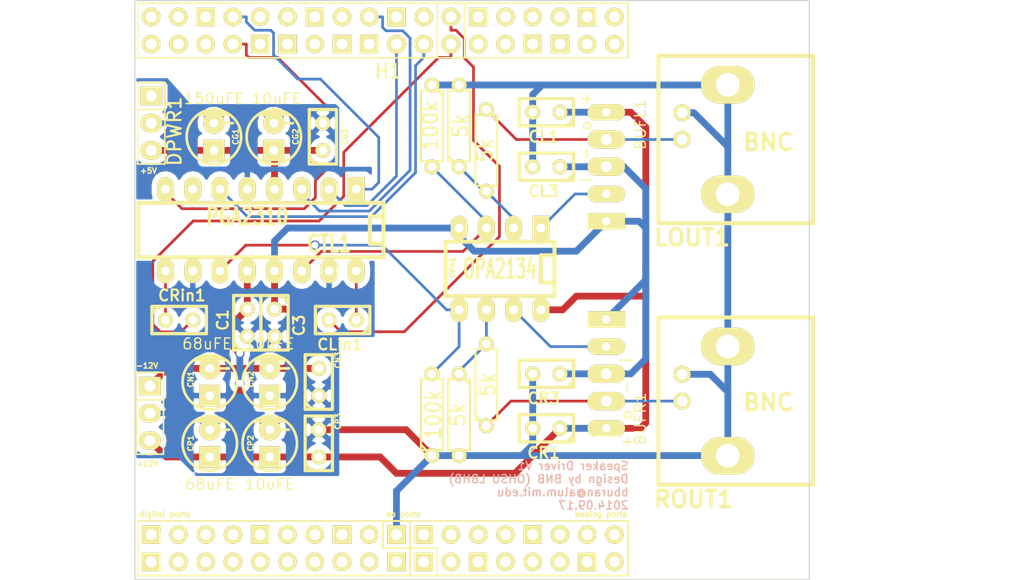
<source format=kicad_pcb>
(kicad_pcb (version 4) (host pcbnew "(2014-08-05 BZR 5054)-product")

  (general
    (links 78)
    (no_connects 0)
    (area 24.892 27.864999 120.870981 82.546)
    (thickness 1.6)
    (drawings 8)
    (tracks 209)
    (zones 0)
    (modules 32)
    (nets 89)
  )

  (page A4)
  (layers
    (0 F.Cu signal)
    (31 B.Cu signal)
    (32 B.Adhes user)
    (33 F.Adhes user)
    (34 B.Paste user)
    (35 F.Paste user)
    (36 B.SilkS user)
    (37 F.SilkS user)
    (38 B.Mask user)
    (39 F.Mask user)
    (40 Dwgs.User user)
    (41 Cmts.User user)
    (42 Eco1.User user)
    (43 Eco2.User user)
    (44 Edge.Cuts user)
    (45 Margin user)
    (46 B.CrtYd user)
    (47 F.CrtYd user)
    (48 B.Fab user)
    (49 F.Fab user)
  )

  (setup
    (last_trace_width 0.254)
    (trace_clearance 0.254)
    (zone_clearance 0.508)
    (zone_45_only yes)
    (trace_min 0.254)
    (segment_width 0.2)
    (edge_width 0.1)
    (via_size 0.889)
    (via_drill 0.635)
    (via_min_size 0.889)
    (via_min_drill 0.508)
    (uvia_size 0.508)
    (uvia_drill 0.127)
    (uvias_allowed no)
    (uvia_min_size 0.508)
    (uvia_min_drill 0.127)
    (pcb_text_width 0.3)
    (pcb_text_size 1.5 1.5)
    (mod_edge_width 0.15)
    (mod_text_size 1 1)
    (mod_text_width 0.15)
    (pad_size 1.5 1.5)
    (pad_drill 0.6)
    (pad_to_mask_clearance 0)
    (aux_axis_origin 0 0)
    (grid_origin 54.61 62.484)
    (visible_elements FFFFFF7F)
    (pcbplotparams
      (layerselection 0x010f0_80000001)
      (usegerberextensions true)
      (usegerberattributes true)
      (excludeedgelayer true)
      (linewidth 0.100000)
      (plotframeref false)
      (viasonmask false)
      (mode 1)
      (useauxorigin false)
      (hpglpennumber 1)
      (hpglpenspeed 20)
      (hpglpendiameter 15)
      (hpglpenoverlay 2)
      (psnegative false)
      (psa4output false)
      (plotreference true)
      (plotvalue true)
      (plotinvisibletext false)
      (padsonsilk false)
      (subtractmaskfromsilk true)
      (outputformat 1)
      (mirror false)
      (drillshape 0)
      (scaleselection 1)
      (outputdirectory gerber/))
  )

  (net 0 "")
  (net 1 +12V)
  (net 2 -12V)
  (net 3 +5V)
  (net 4 "Net-(BUFL1-Pad2)")
  (net 5 "Net-(BUFL1-Pad4)")
  (net 6 "Net-(BUFR1-Pad2)")
  (net 7 "Net-(BUFR1-Pad4)")
  (net 8 "Net-(CLin1-Pad1)")
  (net 9 "Net-(CLin1-Pad2)")
  (net 10 "Net-(CRin1-Pad1)")
  (net 11 "Net-(CRin1-Pad2)")
  (net 12 /ZCEN)
  (net 13 /CS)
  (net 14 /SDI)
  (net 15 /SCLK)
  (net 16 "Net-(CTL1-Pad7)")
  (net 17 /MUTE)
  (net 18 "Net-(H1-Pad3)")
  (net 19 "Net-(H1-Pad58)")
  (net 20 "Net-(H1-Pad49)")
  (net 21 "Net-(H1-Pad46)")
  (net 22 "Net-(H1-Pad45)")
  (net 23 "Net-(H1-Pad43)")
  (net 24 "Net-(H1-Pad42)")
  (net 25 "Net-(H1-Pad41)")
  (net 26 "Net-(H1-Pad40)")
  (net 27 "Net-(H1-Pad39)")
  (net 28 "Net-(H1-Pad37)")
  (net 29 "Net-(H1-Pad47)")
  (net 30 "Net-(H1-Pad52)")
  (net 31 "Net-(H1-Pad57)")
  (net 32 "Net-(H1-Pad60)")
  (net 33 "Net-(H1-Pad61)")
  (net 34 "Net-(H1-Pad63)")
  (net 35 "Net-(H1-Pad65)")
  (net 36 "Net-(H1-Pad66)")
  (net 37 "Net-(H1-Pad67)")
  (net 38 "Net-(H1-Pad68)")
  (net 39 "Net-(H1-Pad1)")
  (net 40 "Net-(H1-Pad2)")
  (net 41 "Net-(H1-Pad8)")
  (net 42 "Net-(H1-Pad10)")
  (net 43 "Net-(H1-Pad11)")
  (net 44 "Net-(H1-Pad12)")
  (net 45 "Net-(H1-Pad14)")
  (net 46 "Net-(H1-Pad23)")
  (net 47 "Net-(H1-Pad25)")
  (net 48 "Net-(H1-Pad26)")
  (net 49 "Net-(H1-Pad28)")
  (net 50 "Net-(H1-Pad30)")
  (net 51 "Net-(H1-Pad31)")
  (net 52 "Net-(H1-Pad33)")
  (net 53 "Net-(H1-Pad34)")
  (net 54 "Net-(OPA1-Pad2)")
  (net 55 "Net-(OPA1-Pad6)")
  (net 56 "Net-(CTL1-Pad11)")
  (net 57 "Net-(CTL1-Pad14)")
  (net 58 AGND)
  (net 59 DGND)
  (net 60 "Net-(H1-Pad69)")
  (net 61 "Net-(H1-Pad70)")
  (net 62 "Net-(H1-Pad71)")
  (net 63 "Net-(H1-Pad72)")
  (net 64 "Net-(DPWR1-Pad1)")
  (net 65 "Net-(H1-Pad4)")
  (net 66 "Net-(H1-Pad64)")
  (net 67 "Net-(H1-Pad56)")
  (net 68 "Net-(H1-Pad53)")
  (net 69 "Net-(H1-Pad44)")
  (net 70 "Net-(H1-Pad50)")
  (net 71 "Net-(H1-Pad55)")
  (net 72 "Net-(H1-Pad59)")
  (net 73 "Net-(H1-Pad62)")
  (net 74 "Net-(H1-Pad7)")
  (net 75 "Net-(H1-Pad9)")
  (net 76 "Net-(H1-Pad13)")
  (net 77 "Net-(H1-Pad15)")
  (net 78 "Net-(H1-Pad18)")
  (net 79 "Net-(H1-Pad20)")
  (net 80 "Net-(H1-Pad24)")
  (net 81 "Net-(H1-Pad27)")
  (net 82 "Net-(H1-Pad29)")
  (net 83 "Net-(H1-Pad32)")
  (net 84 "Net-(H1-Pad35)")
  (net 85 "Net-(H1-Pad36)")
  (net 86 "Net-(H1-Pad48)")
  (net 87 "Net-(H1-Pad38)")
  (net 88 "Net-(H1-Pad51)")

  (net_class Default "This is the default net class."
    (clearance 0.254)
    (trace_width 0.254)
    (via_dia 0.889)
    (via_drill 0.635)
    (uvia_dia 0.508)
    (uvia_drill 0.127)
    (add_net /CS)
    (add_net /MUTE)
    (add_net /SCLK)
    (add_net /SDI)
    (add_net /ZCEN)
    (add_net "Net-(BUFL1-Pad2)")
    (add_net "Net-(BUFL1-Pad4)")
    (add_net "Net-(BUFR1-Pad2)")
    (add_net "Net-(BUFR1-Pad4)")
    (add_net "Net-(CLin1-Pad1)")
    (add_net "Net-(CLin1-Pad2)")
    (add_net "Net-(CRin1-Pad1)")
    (add_net "Net-(CRin1-Pad2)")
    (add_net "Net-(CTL1-Pad11)")
    (add_net "Net-(CTL1-Pad14)")
    (add_net "Net-(CTL1-Pad7)")
    (add_net "Net-(DPWR1-Pad1)")
    (add_net "Net-(H1-Pad1)")
    (add_net "Net-(H1-Pad10)")
    (add_net "Net-(H1-Pad11)")
    (add_net "Net-(H1-Pad12)")
    (add_net "Net-(H1-Pad13)")
    (add_net "Net-(H1-Pad14)")
    (add_net "Net-(H1-Pad15)")
    (add_net "Net-(H1-Pad18)")
    (add_net "Net-(H1-Pad2)")
    (add_net "Net-(H1-Pad20)")
    (add_net "Net-(H1-Pad23)")
    (add_net "Net-(H1-Pad24)")
    (add_net "Net-(H1-Pad25)")
    (add_net "Net-(H1-Pad26)")
    (add_net "Net-(H1-Pad27)")
    (add_net "Net-(H1-Pad28)")
    (add_net "Net-(H1-Pad29)")
    (add_net "Net-(H1-Pad3)")
    (add_net "Net-(H1-Pad30)")
    (add_net "Net-(H1-Pad31)")
    (add_net "Net-(H1-Pad32)")
    (add_net "Net-(H1-Pad33)")
    (add_net "Net-(H1-Pad34)")
    (add_net "Net-(H1-Pad35)")
    (add_net "Net-(H1-Pad36)")
    (add_net "Net-(H1-Pad37)")
    (add_net "Net-(H1-Pad38)")
    (add_net "Net-(H1-Pad39)")
    (add_net "Net-(H1-Pad4)")
    (add_net "Net-(H1-Pad40)")
    (add_net "Net-(H1-Pad41)")
    (add_net "Net-(H1-Pad42)")
    (add_net "Net-(H1-Pad43)")
    (add_net "Net-(H1-Pad44)")
    (add_net "Net-(H1-Pad45)")
    (add_net "Net-(H1-Pad46)")
    (add_net "Net-(H1-Pad47)")
    (add_net "Net-(H1-Pad48)")
    (add_net "Net-(H1-Pad49)")
    (add_net "Net-(H1-Pad50)")
    (add_net "Net-(H1-Pad51)")
    (add_net "Net-(H1-Pad52)")
    (add_net "Net-(H1-Pad53)")
    (add_net "Net-(H1-Pad55)")
    (add_net "Net-(H1-Pad56)")
    (add_net "Net-(H1-Pad57)")
    (add_net "Net-(H1-Pad58)")
    (add_net "Net-(H1-Pad59)")
    (add_net "Net-(H1-Pad60)")
    (add_net "Net-(H1-Pad61)")
    (add_net "Net-(H1-Pad62)")
    (add_net "Net-(H1-Pad63)")
    (add_net "Net-(H1-Pad64)")
    (add_net "Net-(H1-Pad65)")
    (add_net "Net-(H1-Pad66)")
    (add_net "Net-(H1-Pad67)")
    (add_net "Net-(H1-Pad68)")
    (add_net "Net-(H1-Pad69)")
    (add_net "Net-(H1-Pad7)")
    (add_net "Net-(H1-Pad70)")
    (add_net "Net-(H1-Pad71)")
    (add_net "Net-(H1-Pad72)")
    (add_net "Net-(H1-Pad8)")
    (add_net "Net-(H1-Pad9)")
    (add_net "Net-(OPA1-Pad2)")
    (add_net "Net-(OPA1-Pad6)")
  )

  (net_class Power ""
    (clearance 0.508)
    (trace_width 0.635)
    (via_dia 0.889)
    (via_drill 0.635)
    (uvia_dia 0.508)
    (uvia_drill 0.127)
    (add_net +12V)
    (add_net +5V)
    (add_net -12V)
    (add_net AGND)
    (add_net DGND)
  )

  (module Discret:C1 (layer F.Cu) (tedit 541868A7) (tstamp 541C61F3)
    (at 47.9425 58.2295 90)
    (descr "Condensateur e = 1 pas")
    (tags C)
    (path /54178D20)
    (fp_text reference C1 (at 0.254 -2.286 90) (layer F.SilkS)
      (effects (font (size 1.016 1.016) (thickness 0.2032)))
    )
    (fp_text value 0.1uFC (at 0 -2.286 90) (layer F.SilkS) hide
      (effects (font (size 1.016 1.016) (thickness 0.2032)))
    )
    (fp_line (start -2.4892 -1.27) (end 2.54 -1.27) (layer F.SilkS) (width 0.3048))
    (fp_line (start 2.54 -1.27) (end 2.54 1.27) (layer F.SilkS) (width 0.3048))
    (fp_line (start 2.54 1.27) (end -2.54 1.27) (layer F.SilkS) (width 0.3048))
    (fp_line (start -2.54 1.27) (end -2.54 -1.27) (layer F.SilkS) (width 0.3048))
    (fp_line (start -2.54 -0.635) (end -1.905 -1.27) (layer F.SilkS) (width 0.3048))
    (pad 1 thru_hole circle (at -1.27 0 90) (size 1.397 1.397) (drill 0.8128) (layers *.Cu *.Mask F.SilkS)
      (net 58 AGND))
    (pad 2 thru_hole circle (at 1.27 0 90) (size 1.397 1.397) (drill 0.8128) (layers *.Cu *.Mask F.SilkS)
      (net 1 +12V))
    (model discret/capa_1_pas.wrl
      (at (xyz 0 0 0))
      (scale (xyz 1 1 1))
      (rotate (xyz 0 0 0))
    )
  )

  (module Discret:C1 (layer F.Cu) (tedit 541868A7) (tstamp 541C61E7)
    (at 50.4825 58.2295 270)
    (descr "Condensateur e = 1 pas")
    (tags C)
    (path /54178D12)
    (fp_text reference C3 (at 0.254 -2.286 270) (layer F.SilkS)
      (effects (font (size 1.016 1.016) (thickness 0.2032)))
    )
    (fp_text value 0.1uFC (at 0 -2.286 270) (layer F.SilkS) hide
      (effects (font (size 1.016 1.016) (thickness 0.2032)))
    )
    (fp_line (start -2.4892 -1.27) (end 2.54 -1.27) (layer F.SilkS) (width 0.3048))
    (fp_line (start 2.54 -1.27) (end 2.54 1.27) (layer F.SilkS) (width 0.3048))
    (fp_line (start 2.54 1.27) (end -2.54 1.27) (layer F.SilkS) (width 0.3048))
    (fp_line (start -2.54 1.27) (end -2.54 -1.27) (layer F.SilkS) (width 0.3048))
    (fp_line (start -2.54 -0.635) (end -1.905 -1.27) (layer F.SilkS) (width 0.3048))
    (pad 1 thru_hole circle (at -1.27 0 270) (size 1.397 1.397) (drill 0.8128) (layers *.Cu *.Mask F.SilkS)
      (net 2 -12V))
    (pad 2 thru_hole circle (at 1.27 0 270) (size 1.397 1.397) (drill 0.8128) (layers *.Cu *.Mask F.SilkS)
      (net 58 AGND))
    (model discret/capa_1_pas.wrl
      (at (xyz 0 0 0))
      (scale (xyz 1 1 1))
      (rotate (xyz 0 0 0))
    )
  )

  (module Discret:C1 (layer F.Cu) (tedit 541868A7) (tstamp 541BC026)
    (at 75.819 38.608 180)
    (descr "Condensateur e = 1 pas")
    (tags C)
    (path /5418DBF8)
    (fp_text reference CL1 (at 0.254 -2.286 180) (layer F.SilkS)
      (effects (font (size 1.016 1.016) (thickness 0.2032)))
    )
    (fp_text value 10uFT (at 0 -2.286 180) (layer F.SilkS) hide
      (effects (font (size 1.016 1.016) (thickness 0.2032)))
    )
    (fp_line (start -2.4892 -1.27) (end 2.54 -1.27) (layer F.SilkS) (width 0.3048))
    (fp_line (start 2.54 -1.27) (end 2.54 1.27) (layer F.SilkS) (width 0.3048))
    (fp_line (start 2.54 1.27) (end -2.54 1.27) (layer F.SilkS) (width 0.3048))
    (fp_line (start -2.54 1.27) (end -2.54 -1.27) (layer F.SilkS) (width 0.3048))
    (fp_line (start -2.54 -0.635) (end -1.905 -1.27) (layer F.SilkS) (width 0.3048))
    (pad 1 thru_hole circle (at -1.27 0 180) (size 1.397 1.397) (drill 0.8128) (layers *.Cu *.Mask F.SilkS)
      (net 1 +12V))
    (pad 2 thru_hole circle (at 1.27 0 180) (size 1.397 1.397) (drill 0.8128) (layers *.Cu *.Mask F.SilkS)
      (net 58 AGND))
    (model discret/capa_1_pas.wrl
      (at (xyz 0 0 0))
      (scale (xyz 1 1 1))
      (rotate (xyz 0 0 0))
    )
  )

  (module Discret:C1 (layer F.Cu) (tedit 541868A7) (tstamp 5419B231)
    (at 75.819 43.688 180)
    (descr "Condensateur e = 1 pas")
    (tags C)
    (path /541940CB)
    (fp_text reference CL3 (at 0.254 -2.286 180) (layer F.SilkS)
      (effects (font (size 1.016 1.016) (thickness 0.2032)))
    )
    (fp_text value 10uFT (at 0 -2.286 180) (layer F.SilkS) hide
      (effects (font (size 1.016 1.016) (thickness 0.2032)))
    )
    (fp_line (start -2.4892 -1.27) (end 2.54 -1.27) (layer F.SilkS) (width 0.3048))
    (fp_line (start 2.54 -1.27) (end 2.54 1.27) (layer F.SilkS) (width 0.3048))
    (fp_line (start 2.54 1.27) (end -2.54 1.27) (layer F.SilkS) (width 0.3048))
    (fp_line (start -2.54 1.27) (end -2.54 -1.27) (layer F.SilkS) (width 0.3048))
    (fp_line (start -2.54 -0.635) (end -1.905 -1.27) (layer F.SilkS) (width 0.3048))
    (pad 1 thru_hole circle (at -1.27 0 180) (size 1.397 1.397) (drill 0.8128) (layers *.Cu *.Mask F.SilkS)
      (net 2 -12V))
    (pad 2 thru_hole circle (at 1.27 0 180) (size 1.397 1.397) (drill 0.8128) (layers *.Cu *.Mask F.SilkS)
      (net 58 AGND))
    (model discret/capa_1_pas.wrl
      (at (xyz 0 0 0))
      (scale (xyz 1 1 1))
      (rotate (xyz 0 0 0))
    )
  )

  (module Discret:C1 (layer F.Cu) (tedit 541868A7) (tstamp 541C61DB)
    (at 56.8325 57.9755 180)
    (descr "Condensateur e = 1 pas")
    (tags C)
    (path /54178CFE)
    (fp_text reference CLin1 (at 0.254 -2.286 180) (layer F.SilkS)
      (effects (font (size 1.016 1.016) (thickness 0.2032)))
    )
    (fp_text value 1uF (at 0 -2.286 180) (layer F.SilkS) hide
      (effects (font (size 1.016 1.016) (thickness 0.2032)))
    )
    (fp_line (start -2.4892 -1.27) (end 2.54 -1.27) (layer F.SilkS) (width 0.3048))
    (fp_line (start 2.54 -1.27) (end 2.54 1.27) (layer F.SilkS) (width 0.3048))
    (fp_line (start 2.54 1.27) (end -2.54 1.27) (layer F.SilkS) (width 0.3048))
    (fp_line (start -2.54 1.27) (end -2.54 -1.27) (layer F.SilkS) (width 0.3048))
    (fp_line (start -2.54 -0.635) (end -1.905 -1.27) (layer F.SilkS) (width 0.3048))
    (pad 1 thru_hole circle (at -1.27 0 180) (size 1.397 1.397) (drill 0.8128) (layers *.Cu *.Mask F.SilkS)
      (net 8 "Net-(CLin1-Pad1)"))
    (pad 2 thru_hole circle (at 1.27 0 180) (size 1.397 1.397) (drill 0.8128) (layers *.Cu *.Mask F.SilkS)
      (net 9 "Net-(CLin1-Pad2)"))
    (model discret/capa_1_pas.wrl
      (at (xyz 0 0 0))
      (scale (xyz 1 1 1))
      (rotate (xyz 0 0 0))
    )
  )

  (module Discret:C1 (layer F.Cu) (tedit 541868A7) (tstamp 54191F6D)
    (at 75.819 68.072 180)
    (descr "Condensateur e = 1 pas")
    (tags C)
    (path /54194E54)
    (fp_text reference CR1 (at 0.254 -2.286 180) (layer F.SilkS)
      (effects (font (size 1.016 1.016) (thickness 0.2032)))
    )
    (fp_text value 10uFT (at 0 -2.286 180) (layer F.SilkS) hide
      (effects (font (size 1.016 1.016) (thickness 0.2032)))
    )
    (fp_line (start -2.4892 -1.27) (end 2.54 -1.27) (layer F.SilkS) (width 0.3048))
    (fp_line (start 2.54 -1.27) (end 2.54 1.27) (layer F.SilkS) (width 0.3048))
    (fp_line (start 2.54 1.27) (end -2.54 1.27) (layer F.SilkS) (width 0.3048))
    (fp_line (start -2.54 1.27) (end -2.54 -1.27) (layer F.SilkS) (width 0.3048))
    (fp_line (start -2.54 -0.635) (end -1.905 -1.27) (layer F.SilkS) (width 0.3048))
    (pad 1 thru_hole circle (at -1.27 0 180) (size 1.397 1.397) (drill 0.8128) (layers *.Cu *.Mask F.SilkS)
      (net 1 +12V))
    (pad 2 thru_hole circle (at 1.27 0 180) (size 1.397 1.397) (drill 0.8128) (layers *.Cu *.Mask F.SilkS)
      (net 58 AGND))
    (model discret/capa_1_pas.wrl
      (at (xyz 0 0 0))
      (scale (xyz 1 1 1))
      (rotate (xyz 0 0 0))
    )
  )

  (module Discret:C1 (layer F.Cu) (tedit 541868A7) (tstamp 54191F83)
    (at 75.819 62.992 180)
    (descr "Condensateur e = 1 pas")
    (tags C)
    (path /54194E66)
    (fp_text reference CR3 (at 0.254 -2.286 180) (layer F.SilkS)
      (effects (font (size 1.016 1.016) (thickness 0.2032)))
    )
    (fp_text value 10uFT (at 0 -2.286 180) (layer F.SilkS) hide
      (effects (font (size 1.016 1.016) (thickness 0.2032)))
    )
    (fp_line (start -2.4892 -1.27) (end 2.54 -1.27) (layer F.SilkS) (width 0.3048))
    (fp_line (start 2.54 -1.27) (end 2.54 1.27) (layer F.SilkS) (width 0.3048))
    (fp_line (start 2.54 1.27) (end -2.54 1.27) (layer F.SilkS) (width 0.3048))
    (fp_line (start -2.54 1.27) (end -2.54 -1.27) (layer F.SilkS) (width 0.3048))
    (fp_line (start -2.54 -0.635) (end -1.905 -1.27) (layer F.SilkS) (width 0.3048))
    (pad 1 thru_hole circle (at -1.27 0 180) (size 1.397 1.397) (drill 0.8128) (layers *.Cu *.Mask F.SilkS)
      (net 2 -12V))
    (pad 2 thru_hole circle (at 1.27 0 180) (size 1.397 1.397) (drill 0.8128) (layers *.Cu *.Mask F.SilkS)
      (net 58 AGND))
    (model discret/capa_1_pas.wrl
      (at (xyz 0 0 0))
      (scale (xyz 1 1 1))
      (rotate (xyz 0 0 0))
    )
  )

  (module Discret:C1 (layer F.Cu) (tedit 541868A7) (tstamp 541B3CE9)
    (at 41.5925 57.9755)
    (descr "Condensateur e = 1 pas")
    (tags C)
    (path /5417B426)
    (fp_text reference CRin1 (at 0.254 -2.286) (layer F.SilkS)
      (effects (font (size 1.016 1.016) (thickness 0.2032)))
    )
    (fp_text value 1uF (at 0 -2.286) (layer F.SilkS) hide
      (effects (font (size 1.016 1.016) (thickness 0.2032)))
    )
    (fp_line (start -2.4892 -1.27) (end 2.54 -1.27) (layer F.SilkS) (width 0.3048))
    (fp_line (start 2.54 -1.27) (end 2.54 1.27) (layer F.SilkS) (width 0.3048))
    (fp_line (start 2.54 1.27) (end -2.54 1.27) (layer F.SilkS) (width 0.3048))
    (fp_line (start -2.54 1.27) (end -2.54 -1.27) (layer F.SilkS) (width 0.3048))
    (fp_line (start -2.54 -0.635) (end -1.905 -1.27) (layer F.SilkS) (width 0.3048))
    (pad 1 thru_hole circle (at -1.27 0) (size 1.397 1.397) (drill 0.8128) (layers *.Cu *.Mask F.SilkS)
      (net 10 "Net-(CRin1-Pad1)"))
    (pad 2 thru_hole circle (at 1.27 0) (size 1.397 1.397) (drill 0.8128) (layers *.Cu *.Mask F.SilkS)
      (net 11 "Net-(CRin1-Pad2)"))
    (model discret/capa_1_pas.wrl
      (at (xyz 0 0 0))
      (scale (xyz 1 1 1))
      (rotate (xyz 0 0 0))
    )
  )

  (module Sockets_DIP:DIP-16__300_ELL (layer F.Cu) (tedit 5419A3C8) (tstamp 541C61C3)
    (at 49.2125 49.5935 180)
    (descr "16 pins DIL package, elliptical pads")
    (tags DIL)
    (path /54179676)
    (fp_text reference CTL1 (at -6.35 -1.27 180) (layer F.SilkS)
      (effects (font (size 1.524 1.143) (thickness 0.3048)))
    )
    (fp_text value PGA2310 (at 1.27 1.27 360) (layer F.SilkS)
      (effects (font (size 1.524 1.143) (thickness 0.3048)))
    )
    (fp_line (start -11.43 -1.27) (end -11.43 -1.27) (layer F.SilkS) (width 0.381))
    (fp_line (start -11.43 -1.27) (end -10.16 -1.27) (layer F.SilkS) (width 0.381))
    (fp_line (start -10.16 -1.27) (end -10.16 1.27) (layer F.SilkS) (width 0.381))
    (fp_line (start -10.16 1.27) (end -11.43 1.27) (layer F.SilkS) (width 0.381))
    (fp_line (start -11.43 -2.54) (end 11.43 -2.54) (layer F.SilkS) (width 0.381))
    (fp_line (start 11.43 -2.54) (end 11.43 2.54) (layer F.SilkS) (width 0.381))
    (fp_line (start 11.43 2.54) (end -11.43 2.54) (layer F.SilkS) (width 0.381))
    (fp_line (start -11.43 2.54) (end -11.43 -2.54) (layer F.SilkS) (width 0.381))
    (pad 1 thru_hole rect (at -8.89 3.81 180) (size 1.5748 2.286) (drill 0.8128) (layers *.Cu *.Mask F.SilkS)
      (net 12 /ZCEN))
    (pad 2 thru_hole oval (at -6.35 3.81 180) (size 1.5748 2.286) (drill 0.8128) (layers *.Cu *.Mask F.SilkS)
      (net 13 /CS))
    (pad 3 thru_hole oval (at -3.81 3.81 180) (size 1.5748 2.286) (drill 0.8128) (layers *.Cu *.Mask F.SilkS)
      (net 14 /SDI))
    (pad 4 thru_hole oval (at -1.27 3.81 180) (size 1.5748 2.286) (drill 0.8128) (layers *.Cu *.Mask F.SilkS)
      (net 3 +5V))
    (pad 5 thru_hole oval (at 1.27 3.81 180) (size 1.5748 2.286) (drill 0.8128) (layers *.Cu *.Mask F.SilkS)
      (net 59 DGND))
    (pad 6 thru_hole oval (at 3.81 3.81 180) (size 1.5748 2.286) (drill 0.8128) (layers *.Cu *.Mask F.SilkS)
      (net 15 /SCLK))
    (pad 7 thru_hole oval (at 6.35 3.81 180) (size 1.5748 2.286) (drill 0.8128) (layers *.Cu *.Mask F.SilkS)
      (net 16 "Net-(CTL1-Pad7)"))
    (pad 8 thru_hole oval (at 8.89 3.81 180) (size 1.5748 2.286) (drill 0.8128) (layers *.Cu *.Mask F.SilkS)
      (net 17 /MUTE))
    (pad 9 thru_hole oval (at 8.89 -3.81 180) (size 1.5748 2.286) (drill 0.8128) (layers *.Cu *.Mask F.SilkS)
      (net 10 "Net-(CRin1-Pad1)"))
    (pad 10 thru_hole oval (at 6.35 -3.81 180) (size 1.5748 2.286) (drill 0.8128) (layers *.Cu *.Mask F.SilkS)
      (net 58 AGND))
    (pad 11 thru_hole oval (at 3.81 -3.81 180) (size 1.5748 2.286) (drill 0.8128) (layers *.Cu *.Mask F.SilkS)
      (net 56 "Net-(CTL1-Pad11)"))
    (pad 12 thru_hole oval (at 1.27 -3.81 180) (size 1.5748 2.286) (drill 0.8128) (layers *.Cu *.Mask F.SilkS)
      (net 1 +12V))
    (pad 13 thru_hole oval (at -1.27 -3.81 180) (size 1.5748 2.286) (drill 0.8128) (layers *.Cu *.Mask F.SilkS)
      (net 2 -12V))
    (pad 14 thru_hole oval (at -3.81 -3.81 180) (size 1.5748 2.286) (drill 0.8128) (layers *.Cu *.Mask F.SilkS)
      (net 57 "Net-(CTL1-Pad14)"))
    (pad 15 thru_hole oval (at -6.35 -3.81 180) (size 1.5748 2.286) (drill 0.8128) (layers *.Cu *.Mask F.SilkS)
      (net 58 AGND))
    (pad 16 thru_hole oval (at -8.89 -3.81 180) (size 1.5748 2.286) (drill 0.8128) (layers *.Cu *.Mask F.SilkS)
      (net 8 "Net-(CLin1-Pad1)"))
    (model dil/dil_16.wrl
      (at (xyz 0 0 0))
      (scale (xyz 1 1 1))
      (rotate (xyz 0 0 0))
    )
  )

  (module Sockets_DIP:DIP-8__300_ELL (layer F.Cu) (tedit 5419F64E) (tstamp 5419202E)
    (at 71.501 53.213 180)
    (descr "8 pins DIL package, elliptical pads")
    (tags DIL)
    (path /54178CE2)
    (fp_text reference OPA1 (at 4.445 0.127 270) (layer F.SilkS)
      (effects (font (size 0.508 0.508) (thickness 0.127)))
    )
    (fp_text value OPA2134 (at 0 0 180) (layer F.SilkS)
      (effects (font (size 1.778 1.016) (thickness 0.3048)))
    )
    (fp_line (start -5.08 -1.27) (end -3.81 -1.27) (layer F.SilkS) (width 0.381))
    (fp_line (start -3.81 -1.27) (end -3.81 1.27) (layer F.SilkS) (width 0.381))
    (fp_line (start -3.81 1.27) (end -5.08 1.27) (layer F.SilkS) (width 0.381))
    (fp_line (start -5.08 -2.54) (end 5.08 -2.54) (layer F.SilkS) (width 0.381))
    (fp_line (start 5.08 -2.54) (end 5.08 2.54) (layer F.SilkS) (width 0.381))
    (fp_line (start 5.08 2.54) (end -5.08 2.54) (layer F.SilkS) (width 0.381))
    (fp_line (start -5.08 2.54) (end -5.08 -2.54) (layer F.SilkS) (width 0.381))
    (pad 1 thru_hole rect (at -3.81 3.81 180) (size 1.5748 2.286) (drill 0.8128) (layers *.Cu *.Mask F.SilkS)
      (net 4 "Net-(BUFL1-Pad2)"))
    (pad 2 thru_hole oval (at -1.27 3.81 180) (size 1.5748 2.286) (drill 0.8128) (layers *.Cu *.Mask F.SilkS)
      (net 54 "Net-(OPA1-Pad2)"))
    (pad 3 thru_hole oval (at 1.27 3.81 180) (size 1.5748 2.286) (drill 0.8128) (layers *.Cu *.Mask F.SilkS)
      (net 57 "Net-(CTL1-Pad14)"))
    (pad 4 thru_hole oval (at 3.81 3.81 180) (size 1.5748 2.286) (drill 0.8128) (layers *.Cu *.Mask F.SilkS)
      (net 2 -12V))
    (pad 5 thru_hole oval (at 3.81 -3.81 180) (size 1.5748 2.286) (drill 0.8128) (layers *.Cu *.Mask F.SilkS)
      (net 56 "Net-(CTL1-Pad11)"))
    (pad 6 thru_hole oval (at 1.27 -3.81 180) (size 1.5748 2.286) (drill 0.8128) (layers *.Cu *.Mask F.SilkS)
      (net 55 "Net-(OPA1-Pad6)"))
    (pad 7 thru_hole oval (at -1.27 -3.81 180) (size 1.5748 2.286) (drill 0.8128) (layers *.Cu *.Mask F.SilkS)
      (net 6 "Net-(BUFR1-Pad2)"))
    (pad 8 thru_hole oval (at -3.81 -3.81 180) (size 1.5748 2.286) (drill 0.8128) (layers *.Cu *.Mask F.SilkS)
      (net 1 +12V))
    (model dil/dil_8.wrl
      (at (xyz 0 0 0))
      (scale (xyz 1 1 1))
      (rotate (xyz 0 0 0))
    )
  )

  (module Discret:R3 (layer F.Cu) (tedit 541868A7) (tstamp 5419203C)
    (at 67.691 39.878 90)
    (descr "Resitance 3 pas")
    (tags R)
    (path /54178CF0)
    (autoplace_cost180 10)
    (fp_text reference RL1 (at 0 0.127 90) (layer F.SilkS) hide
      (effects (font (size 1.397 1.27) (thickness 0.2032)))
    )
    (fp_text value 5k (at 0 0.127 90) (layer F.SilkS)
      (effects (font (size 1.397 1.27) (thickness 0.2032)))
    )
    (fp_line (start -3.81 0) (end -3.302 0) (layer F.SilkS) (width 0.2032))
    (fp_line (start 3.81 0) (end 3.302 0) (layer F.SilkS) (width 0.2032))
    (fp_line (start 3.302 0) (end 3.302 -1.016) (layer F.SilkS) (width 0.2032))
    (fp_line (start 3.302 -1.016) (end -3.302 -1.016) (layer F.SilkS) (width 0.2032))
    (fp_line (start -3.302 -1.016) (end -3.302 1.016) (layer F.SilkS) (width 0.2032))
    (fp_line (start -3.302 1.016) (end 3.302 1.016) (layer F.SilkS) (width 0.2032))
    (fp_line (start 3.302 1.016) (end 3.302 0) (layer F.SilkS) (width 0.2032))
    (fp_line (start -3.302 -0.508) (end -2.794 -1.016) (layer F.SilkS) (width 0.2032))
    (pad 1 thru_hole circle (at -3.81 0 90) (size 1.397 1.397) (drill 0.8128) (layers *.Cu *.Mask F.SilkS)
      (net 54 "Net-(OPA1-Pad2)"))
    (pad 2 thru_hole circle (at 3.81 0 90) (size 1.397 1.397) (drill 0.8128) (layers *.Cu *.Mask F.SilkS)
      (net 58 AGND))
    (model discret/resistor.wrl
      (at (xyz 0 0 0))
      (scale (xyz 0.300000011920929 0.300000011920929 0.300000011920929))
      (rotate (xyz 0 0 0))
    )
  )

  (module Discret:R3 (layer F.Cu) (tedit 541868A7) (tstamp 5419204A)
    (at 70.231 42.164 270)
    (descr "Resitance 3 pas")
    (tags R)
    (path /54178CE9)
    (autoplace_cost180 10)
    (fp_text reference RL2 (at 0 0.127 270) (layer F.SilkS) hide
      (effects (font (size 1.397 1.27) (thickness 0.2032)))
    )
    (fp_text value 5k (at 0 0.127 270) (layer F.SilkS)
      (effects (font (size 1.397 1.27) (thickness 0.2032)))
    )
    (fp_line (start -3.81 0) (end -3.302 0) (layer F.SilkS) (width 0.2032))
    (fp_line (start 3.81 0) (end 3.302 0) (layer F.SilkS) (width 0.2032))
    (fp_line (start 3.302 0) (end 3.302 -1.016) (layer F.SilkS) (width 0.2032))
    (fp_line (start 3.302 -1.016) (end -3.302 -1.016) (layer F.SilkS) (width 0.2032))
    (fp_line (start -3.302 -1.016) (end -3.302 1.016) (layer F.SilkS) (width 0.2032))
    (fp_line (start -3.302 1.016) (end 3.302 1.016) (layer F.SilkS) (width 0.2032))
    (fp_line (start 3.302 1.016) (end 3.302 0) (layer F.SilkS) (width 0.2032))
    (fp_line (start -3.302 -0.508) (end -2.794 -1.016) (layer F.SilkS) (width 0.2032))
    (pad 1 thru_hole circle (at -3.81 0 270) (size 1.397 1.397) (drill 0.8128) (layers *.Cu *.Mask F.SilkS)
      (net 5 "Net-(BUFL1-Pad4)"))
    (pad 2 thru_hole circle (at 3.81 0 270) (size 1.397 1.397) (drill 0.8128) (layers *.Cu *.Mask F.SilkS)
      (net 54 "Net-(OPA1-Pad2)"))
    (model discret/resistor.wrl
      (at (xyz 0 0 0))
      (scale (xyz 0.300000011920929 0.300000011920929 0.300000011920929))
      (rotate (xyz 0 0 0))
    )
  )

  (module Discret:R3 (layer F.Cu) (tedit 541868A7) (tstamp 54192058)
    (at 65.151 39.878 270)
    (descr "Resitance 3 pas")
    (tags R)
    (path /54178CF7)
    (autoplace_cost180 10)
    (fp_text reference RL3 (at 0 0.127 270) (layer F.SilkS) hide
      (effects (font (size 1.397 1.27) (thickness 0.2032)))
    )
    (fp_text value 100k (at 0 0.127 270) (layer F.SilkS)
      (effects (font (size 1.397 1.27) (thickness 0.2032)))
    )
    (fp_line (start -3.81 0) (end -3.302 0) (layer F.SilkS) (width 0.2032))
    (fp_line (start 3.81 0) (end 3.302 0) (layer F.SilkS) (width 0.2032))
    (fp_line (start 3.302 0) (end 3.302 -1.016) (layer F.SilkS) (width 0.2032))
    (fp_line (start 3.302 -1.016) (end -3.302 -1.016) (layer F.SilkS) (width 0.2032))
    (fp_line (start -3.302 -1.016) (end -3.302 1.016) (layer F.SilkS) (width 0.2032))
    (fp_line (start -3.302 1.016) (end 3.302 1.016) (layer F.SilkS) (width 0.2032))
    (fp_line (start 3.302 1.016) (end 3.302 0) (layer F.SilkS) (width 0.2032))
    (fp_line (start -3.302 -0.508) (end -2.794 -1.016) (layer F.SilkS) (width 0.2032))
    (pad 1 thru_hole circle (at -3.81 0 270) (size 1.397 1.397) (drill 0.8128) (layers *.Cu *.Mask F.SilkS)
      (net 58 AGND))
    (pad 2 thru_hole circle (at 3.81 0 270) (size 1.397 1.397) (drill 0.8128) (layers *.Cu *.Mask F.SilkS)
      (net 57 "Net-(CTL1-Pad14)"))
    (model discret/resistor.wrl
      (at (xyz 0 0 0))
      (scale (xyz 0.300000011920929 0.300000011920929 0.300000011920929))
      (rotate (xyz 0 0 0))
    )
  )

  (module Discret:R3 (layer F.Cu) (tedit 541868A7) (tstamp 541C6057)
    (at 67.691 66.802 270)
    (descr "Resitance 3 pas")
    (tags R)
    (path /5417B41A)
    (autoplace_cost180 10)
    (fp_text reference RR1 (at 0 0.127 270) (layer F.SilkS) hide
      (effects (font (size 1.397 1.27) (thickness 0.2032)))
    )
    (fp_text value 5k (at 0 0.127 270) (layer F.SilkS)
      (effects (font (size 1.397 1.27) (thickness 0.2032)))
    )
    (fp_line (start -3.81 0) (end -3.302 0) (layer F.SilkS) (width 0.2032))
    (fp_line (start 3.81 0) (end 3.302 0) (layer F.SilkS) (width 0.2032))
    (fp_line (start 3.302 0) (end 3.302 -1.016) (layer F.SilkS) (width 0.2032))
    (fp_line (start 3.302 -1.016) (end -3.302 -1.016) (layer F.SilkS) (width 0.2032))
    (fp_line (start -3.302 -1.016) (end -3.302 1.016) (layer F.SilkS) (width 0.2032))
    (fp_line (start -3.302 1.016) (end 3.302 1.016) (layer F.SilkS) (width 0.2032))
    (fp_line (start 3.302 1.016) (end 3.302 0) (layer F.SilkS) (width 0.2032))
    (fp_line (start -3.302 -0.508) (end -2.794 -1.016) (layer F.SilkS) (width 0.2032))
    (pad 1 thru_hole circle (at -3.81 0 270) (size 1.397 1.397) (drill 0.8128) (layers *.Cu *.Mask F.SilkS)
      (net 55 "Net-(OPA1-Pad6)"))
    (pad 2 thru_hole circle (at 3.81 0 270) (size 1.397 1.397) (drill 0.8128) (layers *.Cu *.Mask F.SilkS)
      (net 58 AGND))
    (model discret/resistor.wrl
      (at (xyz 0 0 0))
      (scale (xyz 0.300000011920929 0.300000011920929 0.300000011920929))
      (rotate (xyz 0 0 0))
    )
  )

  (module Discret:R3 (layer F.Cu) (tedit 541868A7) (tstamp 541BC1B0)
    (at 70.231 64.008 90)
    (descr "Resitance 3 pas")
    (tags R)
    (path /5417B414)
    (autoplace_cost180 10)
    (fp_text reference RR2 (at 0 0.127 90) (layer F.SilkS) hide
      (effects (font (size 1.397 1.27) (thickness 0.2032)))
    )
    (fp_text value 5k (at 0 0.127 90) (layer F.SilkS)
      (effects (font (size 1.397 1.27) (thickness 0.2032)))
    )
    (fp_line (start -3.81 0) (end -3.302 0) (layer F.SilkS) (width 0.2032))
    (fp_line (start 3.81 0) (end 3.302 0) (layer F.SilkS) (width 0.2032))
    (fp_line (start 3.302 0) (end 3.302 -1.016) (layer F.SilkS) (width 0.2032))
    (fp_line (start 3.302 -1.016) (end -3.302 -1.016) (layer F.SilkS) (width 0.2032))
    (fp_line (start -3.302 -1.016) (end -3.302 1.016) (layer F.SilkS) (width 0.2032))
    (fp_line (start -3.302 1.016) (end 3.302 1.016) (layer F.SilkS) (width 0.2032))
    (fp_line (start 3.302 1.016) (end 3.302 0) (layer F.SilkS) (width 0.2032))
    (fp_line (start -3.302 -0.508) (end -2.794 -1.016) (layer F.SilkS) (width 0.2032))
    (pad 1 thru_hole circle (at -3.81 0 90) (size 1.397 1.397) (drill 0.8128) (layers *.Cu *.Mask F.SilkS)
      (net 7 "Net-(BUFR1-Pad4)"))
    (pad 2 thru_hole circle (at 3.81 0 90) (size 1.397 1.397) (drill 0.8128) (layers *.Cu *.Mask F.SilkS)
      (net 55 "Net-(OPA1-Pad6)"))
    (model discret/resistor.wrl
      (at (xyz 0 0 0))
      (scale (xyz 0.300000011920929 0.300000011920929 0.300000011920929))
      (rotate (xyz 0 0 0))
    )
  )

  (module Discret:R3 (layer F.Cu) (tedit 541868A7) (tstamp 5419B270)
    (at 65.151 66.802 90)
    (descr "Resitance 3 pas")
    (tags R)
    (path /5417B420)
    (autoplace_cost180 10)
    (fp_text reference RR3 (at 0 0.127 90) (layer F.SilkS) hide
      (effects (font (size 1.397 1.27) (thickness 0.2032)))
    )
    (fp_text value 100k (at 0 0.127 90) (layer F.SilkS)
      (effects (font (size 1.397 1.27) (thickness 0.2032)))
    )
    (fp_line (start -3.81 0) (end -3.302 0) (layer F.SilkS) (width 0.2032))
    (fp_line (start 3.81 0) (end 3.302 0) (layer F.SilkS) (width 0.2032))
    (fp_line (start 3.302 0) (end 3.302 -1.016) (layer F.SilkS) (width 0.2032))
    (fp_line (start 3.302 -1.016) (end -3.302 -1.016) (layer F.SilkS) (width 0.2032))
    (fp_line (start -3.302 -1.016) (end -3.302 1.016) (layer F.SilkS) (width 0.2032))
    (fp_line (start -3.302 1.016) (end 3.302 1.016) (layer F.SilkS) (width 0.2032))
    (fp_line (start 3.302 1.016) (end 3.302 0) (layer F.SilkS) (width 0.2032))
    (fp_line (start -3.302 -0.508) (end -2.794 -1.016) (layer F.SilkS) (width 0.2032))
    (pad 1 thru_hole circle (at -3.81 0 90) (size 1.397 1.397) (drill 0.8128) (layers *.Cu *.Mask F.SilkS)
      (net 58 AGND))
    (pad 2 thru_hole circle (at 3.81 0 90) (size 1.397 1.397) (drill 0.8128) (layers *.Cu *.Mask F.SilkS)
      (net 56 "Net-(CTL1-Pad11)"))
    (model discret/resistor.wrl
      (at (xyz 0 0 0))
      (scale (xyz 0.300000011920929 0.300000011920929 0.300000011920929))
      (rotate (xyz 0 0 0))
    )
  )

  (module Capacitors_ThroughHole:Capacitor5x6RM2.5 (layer F.Cu) (tedit 5419F6B4) (tstamp 54199B8F)
    (at 44.831 40.894)
    (descr "Capacitor, pol, cyl 5x6mm")
    (path /5418C181)
    (fp_text reference CG1 (at 2.032 0 90) (layer F.SilkS)
      (effects (font (size 0.508 0.508) (thickness 0.127)))
    )
    (fp_text value 150uFE (at 0 -3.556) (layer F.SilkS)
      (effects (font (size 1.016 1.016) (thickness 0.127)))
    )
    (fp_line (start 0.889 -1.27) (end 1.778 -1.27) (layer F.SilkS) (width 0.254))
    (fp_line (start 1.016 -2.286) (end -1.016 -2.286) (layer F.SilkS) (width 0.254))
    (fp_line (start -1.016 -2.286) (end -1.016 -2.159) (layer F.SilkS) (width 0.254))
    (fp_line (start -1.016 -2.159) (end 1.016 -2.159) (layer F.SilkS) (width 0.254))
    (fp_line (start -1.524 -2.032) (end 1.524 -2.032) (layer F.SilkS) (width 0.254))
    (fp_circle (center 0 0) (end -2.54 0) (layer F.SilkS) (width 0.254))
    (pad 1 thru_hole rect (at 0 1.27) (size 1.99898 1.99898) (drill 0.8001) (layers *.Cu *.Mask F.SilkS)
      (net 3 +5V))
    (pad 2 thru_hole circle (at 0 -1.27) (size 1.99898 1.99898) (drill 0.8001) (layers *.Cu *.Mask F.SilkS)
      (net 59 DGND))
    (model discret/Capacitor/cp_5x6mm.wrl
      (at (xyz 0 0 0))
      (scale (xyz 1 1 1))
      (rotate (xyz 0 0 0))
    )
  )

  (module Capacitors_ThroughHole:Capacitor5x6RM2.5 (layer F.Cu) (tedit 5419F6AB) (tstamp 541C57A9)
    (at 50.419 40.894)
    (descr "Capacitor, pol, cyl 5x6mm")
    (path /541966EF)
    (fp_text reference CG2 (at 2.032 0 90) (layer F.SilkS)
      (effects (font (size 0.508 0.508) (thickness 0.127)))
    )
    (fp_text value 10uFE (at 0.254 -3.556) (layer F.SilkS)
      (effects (font (size 1.016 1.016) (thickness 0.127)))
    )
    (fp_line (start 0.889 -1.27) (end 1.778 -1.27) (layer F.SilkS) (width 0.254))
    (fp_line (start 1.016 -2.286) (end -1.016 -2.286) (layer F.SilkS) (width 0.254))
    (fp_line (start -1.016 -2.286) (end -1.016 -2.159) (layer F.SilkS) (width 0.254))
    (fp_line (start -1.016 -2.159) (end 1.016 -2.159) (layer F.SilkS) (width 0.254))
    (fp_line (start -1.524 -2.032) (end 1.524 -2.032) (layer F.SilkS) (width 0.254))
    (fp_circle (center 0 0) (end -2.54 0) (layer F.SilkS) (width 0.254))
    (pad 1 thru_hole rect (at 0 1.27) (size 1.99898 1.99898) (drill 0.8001) (layers *.Cu *.Mask F.SilkS)
      (net 3 +5V))
    (pad 2 thru_hole circle (at 0 -1.27) (size 1.99898 1.99898) (drill 0.8001) (layers *.Cu *.Mask F.SilkS)
      (net 59 DGND))
    (model discret/Capacitor/cp_5x6mm.wrl
      (at (xyz 0 0 0))
      (scale (xyz 1 1 1))
      (rotate (xyz 0 0 0))
    )
  )

  (module Discret:C1 (layer F.Cu) (tedit 5419F6A2) (tstamp 541926F2)
    (at 54.991 40.894 90)
    (descr "Condensateur e = 1 pas")
    (tags C)
    (path /54196676)
    (fp_text reference CG3 (at 0 2.032 90) (layer F.SilkS)
      (effects (font (size 0.508 0.508) (thickness 0.127)))
    )
    (fp_text value 0.1uFC (at 0 -2.286 90) (layer F.SilkS) hide
      (effects (font (size 1.016 1.016) (thickness 0.2032)))
    )
    (fp_line (start -2.4892 -1.27) (end 2.54 -1.27) (layer F.SilkS) (width 0.3048))
    (fp_line (start 2.54 -1.27) (end 2.54 1.27) (layer F.SilkS) (width 0.3048))
    (fp_line (start 2.54 1.27) (end -2.54 1.27) (layer F.SilkS) (width 0.3048))
    (fp_line (start -2.54 1.27) (end -2.54 -1.27) (layer F.SilkS) (width 0.3048))
    (fp_line (start -2.54 -0.635) (end -1.905 -1.27) (layer F.SilkS) (width 0.3048))
    (pad 1 thru_hole circle (at -1.27 0 90) (size 1.397 1.397) (drill 0.8128) (layers *.Cu *.Mask F.SilkS)
      (net 3 +5V))
    (pad 2 thru_hole circle (at 1.27 0 90) (size 1.397 1.397) (drill 0.8128) (layers *.Cu *.Mask F.SilkS)
      (net 59 DGND))
    (model discret/capa_1_pas.wrl
      (at (xyz 0 0 0))
      (scale (xyz 1 1 1))
      (rotate (xyz 0 0 0))
    )
  )

  (module Capacitors_ThroughHole:Capacitor5x6RM2.5 (layer F.Cu) (tedit 541B24ED) (tstamp 541926FE)
    (at 44.45 63.754)
    (descr "Capacitor, pol, cyl 5x6mm")
    (path /5418B35C)
    (fp_text reference CN1 (at -1.778 -0.254 90) (layer F.SilkS)
      (effects (font (size 0.508 0.508) (thickness 0.127)))
    )
    (fp_text value 68uFE (at -0.254 -3.556) (layer F.SilkS)
      (effects (font (size 1.016 1.016) (thickness 0.127)))
    )
    (fp_line (start 0.889 -1.27) (end 1.778 -1.27) (layer F.SilkS) (width 0.254))
    (fp_line (start 1.016 -2.286) (end -1.016 -2.286) (layer F.SilkS) (width 0.254))
    (fp_line (start -1.016 -2.286) (end -1.016 -2.159) (layer F.SilkS) (width 0.254))
    (fp_line (start -1.016 -2.159) (end 1.016 -2.159) (layer F.SilkS) (width 0.254))
    (fp_line (start -1.524 -2.032) (end 1.524 -2.032) (layer F.SilkS) (width 0.254))
    (fp_circle (center 0 0) (end -2.54 0) (layer F.SilkS) (width 0.254))
    (pad 1 thru_hole rect (at 0 1.27) (size 1.99898 1.99898) (drill 0.8001) (layers *.Cu *.Mask F.SilkS)
      (net 58 AGND))
    (pad 2 thru_hole circle (at 0 -1.27) (size 1.99898 1.99898) (drill 0.8001) (layers *.Cu *.Mask F.SilkS)
      (net 2 -12V))
    (model discret/Capacitor/cp_5x6mm.wrl
      (at (xyz 0 0 0))
      (scale (xyz 1 1 1))
      (rotate (xyz 0 0 0))
    )
  )

  (module Capacitors_ThroughHole:Capacitor5x6RM2.5 (layer F.Cu) (tedit 541B24F4) (tstamp 5419270A)
    (at 50.038 63.754)
    (descr "Capacitor, pol, cyl 5x6mm")
    (path /54195FF4)
    (fp_text reference CN2 (at -1.778 -0.254 90) (layer F.SilkS)
      (effects (font (size 0.508 0.508) (thickness 0.127)))
    )
    (fp_text value 10uFE (at 0 -3.556) (layer F.SilkS)
      (effects (font (size 1.016 1.016) (thickness 0.127)))
    )
    (fp_line (start 0.889 -1.27) (end 1.778 -1.27) (layer F.SilkS) (width 0.254))
    (fp_line (start 1.016 -2.286) (end -1.016 -2.286) (layer F.SilkS) (width 0.254))
    (fp_line (start -1.016 -2.286) (end -1.016 -2.159) (layer F.SilkS) (width 0.254))
    (fp_line (start -1.016 -2.159) (end 1.016 -2.159) (layer F.SilkS) (width 0.254))
    (fp_line (start -1.524 -2.032) (end 1.524 -2.032) (layer F.SilkS) (width 0.254))
    (fp_circle (center 0 0) (end -2.54 0) (layer F.SilkS) (width 0.254))
    (pad 1 thru_hole rect (at 0 1.27) (size 1.99898 1.99898) (drill 0.8001) (layers *.Cu *.Mask F.SilkS)
      (net 58 AGND))
    (pad 2 thru_hole circle (at 0 -1.27) (size 1.99898 1.99898) (drill 0.8001) (layers *.Cu *.Mask F.SilkS)
      (net 2 -12V))
    (model discret/Capacitor/cp_5x6mm.wrl
      (at (xyz 0 0 0))
      (scale (xyz 1 1 1))
      (rotate (xyz 0 0 0))
    )
  )

  (module Discret:C1 (layer F.Cu) (tedit 5419A4CE) (tstamp 54192715)
    (at 54.61 63.754 90)
    (descr "Condensateur e = 1 pas")
    (tags C)
    (path /54195F85)
    (fp_text reference CN3 (at 2.032 1.778 90) (layer F.SilkS)
      (effects (font (size 0.508 0.508) (thickness 0.127)))
    )
    (fp_text value 0.1uFC (at 0 -2.286 90) (layer F.SilkS) hide
      (effects (font (size 1.016 1.016) (thickness 0.2032)))
    )
    (fp_line (start -2.4892 -1.27) (end 2.54 -1.27) (layer F.SilkS) (width 0.3048))
    (fp_line (start 2.54 -1.27) (end 2.54 1.27) (layer F.SilkS) (width 0.3048))
    (fp_line (start 2.54 1.27) (end -2.54 1.27) (layer F.SilkS) (width 0.3048))
    (fp_line (start -2.54 1.27) (end -2.54 -1.27) (layer F.SilkS) (width 0.3048))
    (fp_line (start -2.54 -0.635) (end -1.905 -1.27) (layer F.SilkS) (width 0.3048))
    (pad 1 thru_hole circle (at -1.27 0 90) (size 1.397 1.397) (drill 0.8128) (layers *.Cu *.Mask F.SilkS)
      (net 58 AGND))
    (pad 2 thru_hole circle (at 1.27 0 90) (size 1.397 1.397) (drill 0.8128) (layers *.Cu *.Mask F.SilkS)
      (net 2 -12V))
    (model discret/capa_1_pas.wrl
      (at (xyz 0 0 0))
      (scale (xyz 1 1 1))
      (rotate (xyz 0 0 0))
    )
  )

  (module Capacitors_ThroughHole:Capacitor5x6RM2.5 (layer F.Cu) (tedit 5419A49F) (tstamp 54192721)
    (at 44.45 69.469)
    (descr "Capacitor, pol, cyl 5x6mm")
    (path /5418AB1C)
    (fp_text reference CP1 (at -1.778 0 90) (layer F.SilkS)
      (effects (font (size 0.508 0.508) (thickness 0.127)))
    )
    (fp_text value 68uFE (at 0 3.81) (layer F.SilkS)
      (effects (font (size 1.016 1.016) (thickness 0.127)))
    )
    (fp_line (start 0.889 -1.27) (end 1.778 -1.27) (layer F.SilkS) (width 0.254))
    (fp_line (start 1.016 -2.286) (end -1.016 -2.286) (layer F.SilkS) (width 0.254))
    (fp_line (start -1.016 -2.286) (end -1.016 -2.159) (layer F.SilkS) (width 0.254))
    (fp_line (start -1.016 -2.159) (end 1.016 -2.159) (layer F.SilkS) (width 0.254))
    (fp_line (start -1.524 -2.032) (end 1.524 -2.032) (layer F.SilkS) (width 0.254))
    (fp_circle (center 0 0) (end -2.54 0) (layer F.SilkS) (width 0.254))
    (pad 1 thru_hole rect (at 0 1.27) (size 1.99898 1.99898) (drill 0.8001) (layers *.Cu *.Mask F.SilkS)
      (net 1 +12V))
    (pad 2 thru_hole circle (at 0 -1.27) (size 1.99898 1.99898) (drill 0.8001) (layers *.Cu *.Mask F.SilkS)
      (net 58 AGND))
    (model discret/Capacitor/cp_5x6mm.wrl
      (at (xyz 0 0 0))
      (scale (xyz 1 1 1))
      (rotate (xyz 0 0 0))
    )
  )

  (module Capacitors_ThroughHole:Capacitor5x6RM2.5 (layer F.Cu) (tedit 5419A4B5) (tstamp 5419272D)
    (at 50.038 69.469)
    (descr "Capacitor, pol, cyl 5x6mm")
    (path /54195C95)
    (fp_text reference CP2 (at -1.778 0 90) (layer F.SilkS)
      (effects (font (size 0.508 0.508) (thickness 0.127)))
    )
    (fp_text value 10uFE (at 0 3.81) (layer F.SilkS)
      (effects (font (size 1.016 1.016) (thickness 0.127)))
    )
    (fp_line (start 0.889 -1.27) (end 1.778 -1.27) (layer F.SilkS) (width 0.254))
    (fp_line (start 1.016 -2.286) (end -1.016 -2.286) (layer F.SilkS) (width 0.254))
    (fp_line (start -1.016 -2.286) (end -1.016 -2.159) (layer F.SilkS) (width 0.254))
    (fp_line (start -1.016 -2.159) (end 1.016 -2.159) (layer F.SilkS) (width 0.254))
    (fp_line (start -1.524 -2.032) (end 1.524 -2.032) (layer F.SilkS) (width 0.254))
    (fp_circle (center 0 0) (end -2.54 0) (layer F.SilkS) (width 0.254))
    (pad 1 thru_hole rect (at 0 1.27) (size 1.99898 1.99898) (drill 0.8001) (layers *.Cu *.Mask F.SilkS)
      (net 1 +12V))
    (pad 2 thru_hole circle (at 0 -1.27) (size 1.99898 1.99898) (drill 0.8001) (layers *.Cu *.Mask F.SilkS)
      (net 58 AGND))
    (model discret/Capacitor/cp_5x6mm.wrl
      (at (xyz 0 0 0))
      (scale (xyz 1 1 1))
      (rotate (xyz 0 0 0))
    )
  )

  (module Discret:C1 (layer F.Cu) (tedit 5419A4D5) (tstamp 54192738)
    (at 54.61 69.469 90)
    (descr "Condensateur e = 1 pas")
    (tags C)
    (path /54195C28)
    (fp_text reference CP3 (at 2.032 1.778 90) (layer F.SilkS)
      (effects (font (size 0.508 0.508) (thickness 0.127)))
    )
    (fp_text value 0.1uFC (at 0 -2.286 90) (layer F.SilkS) hide
      (effects (font (size 1.016 1.016) (thickness 0.2032)))
    )
    (fp_line (start -2.4892 -1.27) (end 2.54 -1.27) (layer F.SilkS) (width 0.3048))
    (fp_line (start 2.54 -1.27) (end 2.54 1.27) (layer F.SilkS) (width 0.3048))
    (fp_line (start 2.54 1.27) (end -2.54 1.27) (layer F.SilkS) (width 0.3048))
    (fp_line (start -2.54 1.27) (end -2.54 -1.27) (layer F.SilkS) (width 0.3048))
    (fp_line (start -2.54 -0.635) (end -1.905 -1.27) (layer F.SilkS) (width 0.3048))
    (pad 1 thru_hole circle (at -1.27 0 90) (size 1.397 1.397) (drill 0.8128) (layers *.Cu *.Mask F.SilkS)
      (net 1 +12V))
    (pad 2 thru_hole circle (at 1.27 0 90) (size 1.397 1.397) (drill 0.8128) (layers *.Cu *.Mask F.SilkS)
      (net 58 AGND))
    (model discret/capa_1_pas.wrl
      (at (xyz 0 0 0))
      (scale (xyz 1 1 1))
      (rotate (xyz 0 0 0))
    )
  )

  (module LBHB:BNC_Socket_TYCO-AMP_RevA_Date21Jun2010 (layer F.Cu) (tedit 5419F676) (tstamp 541C6833)
    (at 93.472 41.148 270)
    (descr "BNC Socket TYCO AMP")
    (tags "BNC Socket TYCO AMP")
    (path /54172437)
    (fp_text reference LOUT1 (at 9.144 4.064 360) (layer F.SilkS)
      (effects (font (thickness 0.3048)))
    )
    (fp_text value BNC (at 0.254 -3.048 360) (layer F.SilkS)
      (effects (font (thickness 0.3048)))
    )
    (fp_line (start -5.4991 -11.80084) (end 5.4991 -12.60094) (layer Dwgs.User) (width 0.381))
    (fp_line (start -5.4991 -11.00074) (end 5.4991 -11.80084) (layer Dwgs.User) (width 0.381))
    (fp_line (start -5.4991 -10.20064) (end 5.4991 -11.00074) (layer Dwgs.User) (width 0.381))
    (fp_line (start -5.4991 -9.40054) (end 5.4991 -10.20064) (layer Dwgs.User) (width 0.381))
    (fp_line (start -5.4991 -8.60044) (end 5.4991 -9.40054) (layer Dwgs.User) (width 0.381))
    (fp_line (start -5.4991 -7.80034) (end 5.4991 -8.60044) (layer Dwgs.User) (width 0.381))
    (fp_circle (center 0 -22.69998) (end 1.00076 -22.69998) (layer Dwgs.User) (width 0.381))
    (fp_line (start 4.8006 -14.69898) (end 4.8006 -26.70048) (layer Dwgs.User) (width 0.381))
    (fp_line (start 4.8006 -26.70048) (end -4.8006 -26.70048) (layer Dwgs.User) (width 0.381))
    (fp_line (start -4.8006 -26.70048) (end -4.8006 -14.69898) (layer Dwgs.User) (width 0.381))
    (fp_line (start 5.4991 -7.2009) (end 5.4991 -14.69898) (layer Dwgs.User) (width 0.381))
    (fp_line (start 5.4991 -14.69898) (end -5.4991 -14.69898) (layer Dwgs.User) (width 0.381))
    (fp_line (start -5.4991 -14.69898) (end -5.4991 -7.2009) (layer Dwgs.User) (width 0.381))
    (fp_line (start -7.80034 7.2009) (end 7.80034 7.2009) (layer F.SilkS) (width 0.381))
    (fp_line (start 7.80034 7.2009) (end 7.80034 -7.2009) (layer F.SilkS) (width 0.381))
    (fp_line (start 7.80034 -7.2009) (end -7.80034 -7.2009) (layer F.SilkS) (width 0.381))
    (fp_line (start -7.80034 -7.2009) (end -7.80034 7.2009) (layer F.SilkS) (width 0.381))
    (pad 2 thru_hole oval (at -5.09778 0.7366 270) (size 3.50012 5.00126) (drill 2.19964) (layers *.Cu *.Mask F.SilkS)
      (net 58 AGND))
    (pad 2 thru_hole oval (at 5.10032 0.7366 270) (size 3.50012 5.00126) (drill 2.19964) (layers *.Cu *.Mask F.SilkS)
      (net 58 AGND))
    (pad 1 thru_hole circle (at 0 5.00126 270) (size 1.6002 1.6002) (drill 1.00076) (layers *.Cu *.Mask F.SilkS)
      (net 5 "Net-(BUFL1-Pad4)"))
    (pad 2 thru_hole circle (at -2.49936 5.00126 270) (size 1.6002 1.6002) (drill 1.00076) (layers *.Cu *.Mask F.SilkS)
      (net 58 AGND))
  )

  (module LBHB:BNC_Socket_TYCO-AMP_RevA_Date21Jun2010 (layer F.Cu) (tedit 5419F668) (tstamp 54192064)
    (at 93.472 65.532 270)
    (descr "BNC Socket TYCO AMP")
    (tags "BNC Socket TYCO AMP")
    (path /54180892)
    (fp_text reference ROUT1 (at 9.144 3.937 360) (layer F.SilkS)
      (effects (font (thickness 0.3048)))
    )
    (fp_text value BNC (at 0.127 -3.048 360) (layer F.SilkS)
      (effects (font (thickness 0.3048)))
    )
    (fp_line (start -5.4991 -11.80084) (end 5.4991 -12.60094) (layer Dwgs.User) (width 0.381))
    (fp_line (start -5.4991 -11.00074) (end 5.4991 -11.80084) (layer Dwgs.User) (width 0.381))
    (fp_line (start -5.4991 -10.20064) (end 5.4991 -11.00074) (layer Dwgs.User) (width 0.381))
    (fp_line (start -5.4991 -9.40054) (end 5.4991 -10.20064) (layer Dwgs.User) (width 0.381))
    (fp_line (start -5.4991 -8.60044) (end 5.4991 -9.40054) (layer Dwgs.User) (width 0.381))
    (fp_line (start -5.4991 -7.80034) (end 5.4991 -8.60044) (layer Dwgs.User) (width 0.381))
    (fp_circle (center 0 -22.69998) (end 1.00076 -22.69998) (layer Dwgs.User) (width 0.381))
    (fp_line (start 4.8006 -14.69898) (end 4.8006 -26.70048) (layer Dwgs.User) (width 0.381))
    (fp_line (start 4.8006 -26.70048) (end -4.8006 -26.70048) (layer Dwgs.User) (width 0.381))
    (fp_line (start -4.8006 -26.70048) (end -4.8006 -14.69898) (layer Dwgs.User) (width 0.381))
    (fp_line (start 5.4991 -7.2009) (end 5.4991 -14.69898) (layer Dwgs.User) (width 0.381))
    (fp_line (start 5.4991 -14.69898) (end -5.4991 -14.69898) (layer Dwgs.User) (width 0.381))
    (fp_line (start -5.4991 -14.69898) (end -5.4991 -7.2009) (layer Dwgs.User) (width 0.381))
    (fp_line (start -7.80034 7.2009) (end 7.80034 7.2009) (layer F.SilkS) (width 0.381))
    (fp_line (start 7.80034 7.2009) (end 7.80034 -7.2009) (layer F.SilkS) (width 0.381))
    (fp_line (start 7.80034 -7.2009) (end -7.80034 -7.2009) (layer F.SilkS) (width 0.381))
    (fp_line (start -7.80034 -7.2009) (end -7.80034 7.2009) (layer F.SilkS) (width 0.381))
    (pad 2 thru_hole oval (at -5.09778 0.7366 270) (size 3.50012 5.00126) (drill 2.19964) (layers *.Cu *.Mask F.SilkS)
      (net 58 AGND))
    (pad 2 thru_hole oval (at 5.10032 0.7366 270) (size 3.50012 5.00126) (drill 2.19964) (layers *.Cu *.Mask F.SilkS)
      (net 58 AGND))
    (pad 1 thru_hole circle (at 0 5.00126 270) (size 1.6002 1.6002) (drill 1.00076) (layers *.Cu *.Mask F.SilkS)
      (net 7 "Net-(BUFR1-Pad4)"))
    (pad 2 thru_hole circle (at -2.49936 5.00126 270) (size 1.6002 1.6002) (drill 1.00076) (layers *.Cu *.Mask F.SilkS)
      (net 58 AGND))
  )

  (module Socket_Strips:Socket_Strip_Straight_1x03 (layer F.Cu) (tedit 5419F344) (tstamp 541C662B)
    (at 38.989 39.624 90)
    (descr "Through hole socket strip")
    (tags "socket strip")
    (path /541A1E6E)
    (fp_text reference DPWR1 (at -0.762 2.159 90) (layer F.SilkS)
      (effects (font (size 1.27 1.27) (thickness 0.2032)))
    )
    (fp_text value CONN_01X03 (at 0 0 90) (layer F.SilkS) hide
      (effects (font (size 1.27 1.27) (thickness 0.2032)))
    )
    (fp_line (start 1.27 1.27) (end -3.81 1.27) (layer F.SilkS) (width 0.15))
    (fp_line (start -3.81 1.27) (end -3.81 -1.27) (layer F.SilkS) (width 0.15))
    (fp_line (start -3.81 -1.27) (end 1.27 -1.27) (layer F.SilkS) (width 0.15))
    (fp_line (start 3.81 -1.27) (end 1.27 -1.27) (layer F.SilkS) (width 0.15))
    (fp_line (start 1.27 -1.27) (end 1.27 1.27) (layer F.SilkS) (width 0.15))
    (fp_line (start 3.81 -1.27) (end 3.81 1.27) (layer F.SilkS) (width 0.15))
    (fp_line (start 3.81 1.27) (end 1.27 1.27) (layer F.SilkS) (width 0.15))
    (pad 1 thru_hole rect (at 2.54 0 270) (size 1.7272 2.032) (drill 1.016) (layers *.Cu *.Mask F.SilkS)
      (net 64 "Net-(DPWR1-Pad1)"))
    (pad 2 thru_hole oval (at 0 0 270) (size 1.7272 2.032) (drill 1.016) (layers *.Cu *.Mask F.SilkS)
      (net 59 DGND))
    (pad 3 thru_hole oval (at -2.54 0 270) (size 1.7272 2.032) (drill 1.016) (layers *.Cu *.Mask F.SilkS)
      (net 3 +5V))
    (model Socket_Strips/Socket_Strip_Straight_1x03.wrl
      (at (xyz 0 0 0))
      (scale (xyz 1 1 1))
      (rotate (xyz 0 0 0))
    )
  )

  (module Socket_Strips:Socket_Strip_Straight_1x03 (layer F.Cu) (tedit 541B250E) (tstamp 541C6616)
    (at 38.862 66.675 90)
    (descr "Through hole socket strip")
    (tags "socket strip")
    (path /541A1B4F)
    (fp_text reference APWR1 (at -0.889 2.159 90) (layer F.SilkS) hide
      (effects (font (size 1.27 1.27) (thickness 0.2032)))
    )
    (fp_text value CONN_01X03 (at 0 0 90) (layer F.SilkS) hide
      (effects (font (size 1.27 1.27) (thickness 0.2032)))
    )
    (fp_line (start 1.27 1.27) (end -3.81 1.27) (layer F.SilkS) (width 0.15))
    (fp_line (start -3.81 1.27) (end -3.81 -1.27) (layer F.SilkS) (width 0.15))
    (fp_line (start -3.81 -1.27) (end 1.27 -1.27) (layer F.SilkS) (width 0.15))
    (fp_line (start 3.81 -1.27) (end 1.27 -1.27) (layer F.SilkS) (width 0.15))
    (fp_line (start 1.27 -1.27) (end 1.27 1.27) (layer F.SilkS) (width 0.15))
    (fp_line (start 3.81 -1.27) (end 3.81 1.27) (layer F.SilkS) (width 0.15))
    (fp_line (start 3.81 1.27) (end 1.27 1.27) (layer F.SilkS) (width 0.15))
    (pad 1 thru_hole rect (at 2.54 0 270) (size 1.7272 2.032) (drill 1.016) (layers *.Cu *.Mask F.SilkS)
      (net 2 -12V))
    (pad 2 thru_hole oval (at 0 0 270) (size 1.7272 2.032) (drill 1.016) (layers *.Cu *.Mask F.SilkS)
      (net 58 AGND))
    (pad 3 thru_hole oval (at -2.54 0 270) (size 1.7272 2.032) (drill 1.016) (layers *.Cu *.Mask F.SilkS)
      (net 1 +12V))
    (model Socket_Strips/Socket_Strip_Straight_1x03.wrl
      (at (xyz 0 0 0))
      (scale (xyz 1 1 1))
      (rotate (xyz 0 0 0))
    )
  )

  (module LBHB:BUF634 (layer F.Cu) (tedit 5419F1D6) (tstamp 54191EBD)
    (at 81.407 62.992 270)
    (descr "TO-220, Bipolar-BCE, Horizontal, Large Pads,")
    (tags "TO-220, Bipolar-BCE, Horizontal, Large Pads,")
    (path /54194E41)
    (fp_text reference BUFR1 (at 4.191 -3.175 270) (layer F.SilkS)
      (effects (font (size 1.016 1.016) (thickness 0.127)))
    )
    (fp_text value BUF634 (at 3.175 4.445 270) (layer F.SilkS) hide
      (effects (font (size 1.016 1.016) (thickness 0.127)))
    )
    (fp_text user i (at -1.27 -1.905 270) (layer F.SilkS)
      (effects (font (size 1 1) (thickness 0.15)))
    )
    (fp_text user o (at 3.81 -1.905 270) (layer F.SilkS)
      (effects (font (size 1 1) (thickness 0.15)))
    )
    (fp_text user - (at 1.27 -1.905 270) (layer F.SilkS)
      (effects (font (size 1 1) (thickness 0.15)))
    )
    (fp_text user + (at 6.35 -1.905 270) (layer F.SilkS)
      (effects (font (size 1 1) (thickness 0.15)))
    )
    (fp_text user V+ (at 5.08 2.413 270) (layer F.SilkS) hide
      (effects (font (size 0.508 0.508) (thickness 0.127)))
    )
    (fp_text user BW (at -5.08 2.413 270) (layer F.SilkS) hide
      (effects (font (size 0.508 0.508) (thickness 0.127)))
    )
    (fp_text user Vin (at -2.54 2.413 270) (layer F.SilkS) hide
      (effects (font (size 0.508 0.508) (thickness 0.127)))
    )
    (fp_text user VO (at 2.54 2.413 270) (layer F.SilkS) hide
      (effects (font (size 0.508 0.508) (thickness 0.127)))
    )
    (fp_text user V- (at 0 2.413 270) (layer F.SilkS) hide
      (effects (font (size 0.508 0.508) (thickness 0.127)))
    )
    (pad 3 thru_hole oval (at 0 0) (size 3.50012 1.69926) (drill 1.00076) (layers *.Cu *.Mask F.SilkS)
      (net 2 -12V))
    (pad 2 thru_hole oval (at -2.54 0) (size 3.50012 1.524) (drill 0.762) (layers *.Cu *.Mask F.SilkS)
      (net 6 "Net-(BUFR1-Pad2)"))
    (pad 4 thru_hole oval (at 2.54 0) (size 3.50012 1.69926) (drill 1.00076) (layers *.Cu *.Mask F.SilkS)
      (net 7 "Net-(BUFR1-Pad4)"))
    (pad 1 thru_hole rect (at -5.08 0) (size 3.50012 1.524) (drill 0.762) (layers *.Cu *.Mask F.SilkS)
      (net 2 -12V))
    (pad 5 thru_hole oval (at 5.08 0) (size 3.50012 1.524) (drill 0.762) (layers *.Cu *.Mask F.SilkS)
      (net 1 +12V))
  )

  (module LBHB:BUF634 (layer F.Cu) (tedit 5419F6F6) (tstamp 541C5939)
    (at 81.407 43.688 90)
    (descr "TO-220, Bipolar-BCE, Horizontal, Large Pads,")
    (tags "TO-220, Bipolar-BCE, Horizontal, Large Pads,")
    (path /54178CDB)
    (fp_text reference BUFL1 (at 3.937 3.175 90) (layer F.SilkS)
      (effects (font (size 1.016 1.016) (thickness 0.127)))
    )
    (fp_text value BUF634 (at 3.175 4.445 90) (layer F.SilkS) hide
      (effects (font (size 1.016 1.016) (thickness 0.127)))
    )
    (fp_text user i (at -1.27 -1.905 90) (layer F.SilkS)
      (effects (font (size 1 1) (thickness 0.15)))
    )
    (fp_text user o (at 3.81 -1.905 90) (layer F.SilkS)
      (effects (font (size 1 1) (thickness 0.15)))
    )
    (fp_text user - (at 1.27 -1.905 90) (layer F.SilkS)
      (effects (font (size 1 1) (thickness 0.15)))
    )
    (fp_text user + (at 6.35 -1.905 90) (layer F.SilkS)
      (effects (font (size 1 1) (thickness 0.15)))
    )
    (fp_text user V+ (at 5.08 2.413 90) (layer F.SilkS) hide
      (effects (font (size 0.508 0.508) (thickness 0.127)))
    )
    (fp_text user BW (at -5.08 2.413 90) (layer F.SilkS) hide
      (effects (font (size 0.508 0.508) (thickness 0.127)))
    )
    (fp_text user Vin (at -2.54 2.413 90) (layer F.SilkS) hide
      (effects (font (size 0.508 0.508) (thickness 0.127)))
    )
    (fp_text user VO (at 2.54 2.413 90) (layer F.SilkS) hide
      (effects (font (size 0.508 0.508) (thickness 0.127)))
    )
    (fp_text user V- (at 0 2.413 90) (layer F.SilkS) hide
      (effects (font (size 0.508 0.508) (thickness 0.127)))
    )
    (pad 3 thru_hole oval (at 0 0 180) (size 3.50012 1.69926) (drill 1.00076) (layers *.Cu *.Mask F.SilkS)
      (net 2 -12V))
    (pad 2 thru_hole oval (at -2.54 0 180) (size 3.50012 1.524) (drill 0.762) (layers *.Cu *.Mask F.SilkS)
      (net 4 "Net-(BUFL1-Pad2)"))
    (pad 4 thru_hole oval (at 2.54 0 180) (size 3.50012 1.69926) (drill 1.00076) (layers *.Cu *.Mask F.SilkS)
      (net 5 "Net-(BUFL1-Pad4)"))
    (pad 1 thru_hole rect (at -5.08 0 180) (size 3.50012 1.524) (drill 0.762) (layers *.Cu *.Mask F.SilkS)
      (net 2 -12V))
    (pad 5 thru_hole oval (at 5.08 0 180) (size 3.50012 1.524) (drill 0.762) (layers *.Cu *.Mask F.SilkS)
      (net 1 +12V))
  )

  (module LBHB:2x2x18 (layer F.Cu) (tedit 541B20C9) (tstamp 5419B094)
    (at 37.719 81.788)
    (descr "Through hole pin header")
    (tags "pin header")
    (path /54186CC3)
    (fp_text reference H1 (at 23.368 -46.99) (layer F.SilkS)
      (effects (font (size 1.27 1.27) (thickness 0.2032)))
    )
    (fp_text value NI_header (at 13.335 -46.99) (layer F.SilkS) hide
      (effects (font (size 1.27 1.27) (thickness 0.2032)))
    )
    (fp_text user "ao ports" (at 24.765 -5.715) (layer F.SilkS)
      (effects (font (size 0.508 0.508) (thickness 0.127)))
    )
    (fp_line (start 30.48 -53.34) (end 30.48 -48.26) (layer F.SilkS) (width 0.15))
    (fp_line (start 25.4 -5.08) (end 25.4 -2.54) (layer F.SilkS) (width 0.15))
    (fp_line (start 25.4 -2.54) (end 27.94 -2.54) (layer F.SilkS) (width 0.15))
    (fp_line (start 27.94 -2.54) (end 27.94 0) (layer F.SilkS) (width 0.15))
    (fp_line (start 22.86 -5.08) (end 22.86 -2.54) (layer F.SilkS) (width 0.15))
    (fp_line (start 22.86 -2.54) (end 25.4 -2.54) (layer F.SilkS) (width 0.15))
    (fp_line (start 25.4 -2.54) (end 25.4 0) (layer F.SilkS) (width 0.15))
    (fp_line (start 27.94 -53.34) (end 27.94 -48.26) (layer F.SilkS) (width 0.15))
    (fp_text user "digital ports" (at 2.54 -5.715) (layer F.SilkS)
      (effects (font (size 0.508 0.508) (thickness 0.127)))
    )
    (fp_text user "analog ports" (at 43.18 -5.715) (layer F.SilkS)
      (effects (font (size 0.508 0.508) (thickness 0.127)))
    )
    (fp_line (start 22.86 -5.08) (end 25.4 -5.08) (layer F.SilkS) (width 0.15))
    (fp_line (start 30.48 -53.34) (end 27.94 -53.34) (layer F.SilkS) (width 0.15))
    (fp_line (start 0 0) (end 2.54 0) (layer F.SilkS) (width 0.15))
    (fp_line (start 0 -5.08) (end 45.72 -5.08) (layer F.SilkS) (width 0.15))
    (fp_line (start 45.72 0) (end 2.54 0) (layer F.SilkS) (width 0.15))
    (fp_line (start 45.72 -5.08) (end 45.72 0) (layer F.SilkS) (width 0.15))
    (fp_line (start 0 -5.08) (end 0 -2.54) (layer F.SilkS) (width 0.15))
    (fp_line (start 0 0) (end 2.54 0) (layer F.SilkS) (width 0.15))
    (fp_line (start 0 0) (end 0 -2.54) (layer F.SilkS) (width 0.15))
    (fp_line (start 0 -48.26) (end 2.54 -48.26) (layer F.SilkS) (width 0.15))
    (fp_line (start 0 -53.34) (end 45.72 -53.34) (layer F.SilkS) (width 0.15))
    (fp_line (start 45.72 -48.26) (end 2.54 -48.26) (layer F.SilkS) (width 0.15))
    (fp_line (start 45.72 -53.34) (end 45.72 -48.26) (layer F.SilkS) (width 0.15))
    (fp_line (start 0 -53.34) (end 0 -50.8) (layer F.SilkS) (width 0.15))
    (fp_line (start 0 -48.26) (end 2.54 -48.26) (layer F.SilkS) (width 0.15))
    (fp_line (start 0 -48.26) (end 0 -50.8) (layer F.SilkS) (width 0.15))
    (pad 4 thru_hole rect (at 6.35 -52.07) (size 1.7272 1.7272) (drill 1.016) (layers *.Cu *.Mask F.SilkS)
      (net 65 "Net-(H1-Pad4)"))
    (pad 3 thru_hole oval (at 6.35 -49.53) (size 1.7272 1.7272) (drill 1.016) (layers *.Cu *.Mask F.SilkS)
      (net 18 "Net-(H1-Pad3)"))
    (pad 64 thru_hole rect (at 36.83 -3.81) (size 1.7272 1.7272) (drill 1.016) (layers *.Cu *.Mask F.SilkS)
      (net 66 "Net-(H1-Pad64)"))
    (pad 58 thru_hole oval (at 29.21 -3.81) (size 1.7272 1.7272) (drill 1.016) (layers *.Cu *.Mask F.SilkS)
      (net 19 "Net-(H1-Pad58)"))
    (pad 56 thru_hole rect (at 26.67 -3.81) (size 1.7272 1.7272) (drill 1.016) (layers *.Cu *.Mask F.SilkS)
      (net 67 "Net-(H1-Pad56)"))
    (pad 54 thru_hole rect (at 24.13 -3.81) (size 1.7272 1.7272) (drill 1.016) (layers *.Cu *.Mask F.SilkS)
      (net 58 AGND))
    (pad 53 thru_hole rect (at 24.13 -1.27) (size 1.7272 1.7272) (drill 1.016) (layers *.Cu *.Mask F.SilkS)
      (net 68 "Net-(H1-Pad53)"))
    (pad 49 thru_hole oval (at 19.05 -1.27) (size 1.7272 1.7272) (drill 1.016) (layers *.Cu *.Mask F.SilkS)
      (net 20 "Net-(H1-Pad49)"))
    (pad 48 thru_hole oval (at 16.51 -3.81) (size 1.7272 1.7272) (drill 1.016) (layers *.Cu *.Mask F.SilkS)
      (net 86 "Net-(H1-Pad48)"))
    (pad 46 thru_hole oval (at 13.97 -3.81) (size 1.7272 1.7272) (drill 1.016) (layers *.Cu *.Mask F.SilkS)
      (net 21 "Net-(H1-Pad46)"))
    (pad 45 thru_hole oval (at 13.97 -1.27) (size 1.7272 1.7272) (drill 1.016) (layers *.Cu *.Mask F.SilkS)
      (net 22 "Net-(H1-Pad45)"))
    (pad 44 thru_hole rect (at 11.43 -3.81) (size 1.7272 1.7272) (drill 1.016) (layers *.Cu *.Mask F.SilkS)
      (net 69 "Net-(H1-Pad44)"))
    (pad 43 thru_hole oval (at 11.43 -1.27) (size 1.7272 1.7272) (drill 1.016) (layers *.Cu *.Mask F.SilkS)
      (net 23 "Net-(H1-Pad43)"))
    (pad 42 thru_hole oval (at 8.89 -3.81) (size 1.7272 1.7272) (drill 1.016) (layers *.Cu *.Mask F.SilkS)
      (net 24 "Net-(H1-Pad42)"))
    (pad 41 thru_hole oval (at 8.89 -1.27) (size 1.7272 1.7272) (drill 1.016) (layers *.Cu *.Mask F.SilkS)
      (net 25 "Net-(H1-Pad41)"))
    (pad 40 thru_hole oval (at 6.35 -3.81) (size 1.7272 1.7272) (drill 1.016) (layers *.Cu *.Mask F.SilkS)
      (net 26 "Net-(H1-Pad40)"))
    (pad 39 thru_hole oval (at 6.35 -1.27) (size 1.7272 1.7272) (drill 1.016) (layers *.Cu *.Mask F.SilkS)
      (net 27 "Net-(H1-Pad39)"))
    (pad 38 thru_hole oval (at 3.81 -3.81) (size 1.7272 1.7272) (drill 1.016) (layers *.Cu *.Mask F.SilkS)
      (net 87 "Net-(H1-Pad38)"))
    (pad 37 thru_hole circle (at 3.81 -1.27) (size 1.7272 1.7272) (drill 1.016) (layers *.Cu *.Mask F.SilkS)
      (net 28 "Net-(H1-Pad37)"))
    (pad 47 thru_hole oval (at 16.51 -1.27) (size 1.7272 1.7272) (drill 1.016) (layers *.Cu *.Mask F.SilkS)
      (net 29 "Net-(H1-Pad47)"))
    (pad 50 thru_hole rect (at 19.05 -3.81) (size 1.7272 1.7272) (drill 1.016) (layers *.Cu *.Mask F.SilkS)
      (net 70 "Net-(H1-Pad50)"))
    (pad 51 thru_hole oval (at 21.59 -1.27) (size 1.7272 1.7272) (drill 1.016) (layers *.Cu *.Mask F.SilkS)
      (net 88 "Net-(H1-Pad51)"))
    (pad 52 thru_hole oval (at 21.59 -3.81) (size 1.7272 1.7272) (drill 1.016) (layers *.Cu *.Mask F.SilkS)
      (net 30 "Net-(H1-Pad52)"))
    (pad 55 thru_hole rect (at 26.67 -1.27) (size 1.7272 1.7272) (drill 1.016) (layers *.Cu *.Mask F.SilkS)
      (net 71 "Net-(H1-Pad55)"))
    (pad 57 thru_hole oval (at 29.21 -1.27) (size 1.7272 1.7272) (drill 1.016) (layers *.Cu *.Mask F.SilkS)
      (net 31 "Net-(H1-Pad57)"))
    (pad 59 thru_hole rect (at 31.75 -1.27) (size 1.7272 1.7272) (drill 1.016) (layers *.Cu *.Mask F.SilkS)
      (net 72 "Net-(H1-Pad59)"))
    (pad 60 thru_hole oval (at 31.75 -3.81) (size 1.7272 1.7272) (drill 1.016) (layers *.Cu *.Mask F.SilkS)
      (net 32 "Net-(H1-Pad60)"))
    (pad 61 thru_hole oval (at 34.29 -1.27) (size 1.7272 1.7272) (drill 1.016) (layers *.Cu *.Mask F.SilkS)
      (net 33 "Net-(H1-Pad61)"))
    (pad 62 thru_hole oval (at 34.29 -3.81) (size 1.7272 1.7272) (drill 1.016) (layers *.Cu *.Mask F.SilkS)
      (net 73 "Net-(H1-Pad62)"))
    (pad 63 thru_hole oval (at 36.83 -1.27) (size 1.7272 1.7272) (drill 1.016) (layers *.Cu *.Mask F.SilkS)
      (net 34 "Net-(H1-Pad63)"))
    (pad 65 thru_hole oval (at 39.37 -1.27) (size 1.7272 1.7272) (drill 1.016) (layers *.Cu *.Mask F.SilkS)
      (net 35 "Net-(H1-Pad65)"))
    (pad 66 thru_hole oval (at 39.37 -3.81) (size 1.7272 1.7272) (drill 1.016) (layers *.Cu *.Mask F.SilkS)
      (net 36 "Net-(H1-Pad66)"))
    (pad 67 thru_hole rect (at 41.91 -1.27) (size 1.7272 1.7272) (drill 1.016) (layers *.Cu *.Mask F.SilkS)
      (net 37 "Net-(H1-Pad67)"))
    (pad 68 thru_hole oval (at 41.91 -3.81) (size 1.7272 1.7272) (drill 1.016) (layers *.Cu *.Mask F.SilkS)
      (net 38 "Net-(H1-Pad68)"))
    (pad 69 thru_hole oval (at 44.45 -1.27) (size 1.7272 1.7272) (drill 1.016) (layers *.Cu *.Mask F.SilkS)
      (net 60 "Net-(H1-Pad69)"))
    (pad 70 thru_hole oval (at 44.45 -3.81) (size 1.7272 1.7272) (drill 1.016) (layers *.Cu *.Mask F.SilkS)
      (net 61 "Net-(H1-Pad70)"))
    (pad 71 thru_hole oval (at 1.27 -49.53) (size 1.7272 1.7272) (drill 1.016) (layers *.Cu *.Mask F.SilkS)
      (net 62 "Net-(H1-Pad71)"))
    (pad 72 thru_hole oval (at 1.27 -52.07) (size 1.7272 1.7272) (drill 1.016) (layers *.Cu *.Mask F.SilkS)
      (net 63 "Net-(H1-Pad72)"))
    (pad 1 thru_hole oval (at 3.81 -49.53) (size 1.7272 1.7272) (drill 1.016) (layers *.Cu *.Mask F.SilkS)
      (net 39 "Net-(H1-Pad1)"))
    (pad 2 thru_hole oval (at 3.81 -52.07) (size 1.7272 1.7272) (drill 1.016) (layers *.Cu *.Mask F.SilkS)
      (net 40 "Net-(H1-Pad2)"))
    (pad 5 thru_hole oval (at 8.89 -49.53) (size 1.7272 1.7272) (drill 1.016) (layers *.Cu *.Mask F.SilkS)
      (net 17 /MUTE))
    (pad 6 thru_hole oval (at 8.89 -52.07) (size 1.7272 1.7272) (drill 1.016) (layers *.Cu *.Mask F.SilkS)
      (net 12 /ZCEN))
    (pad 7 thru_hole rect (at 11.43 -49.53) (size 1.7272 1.7272) (drill 1.016) (layers *.Cu *.Mask F.SilkS)
      (net 74 "Net-(H1-Pad7)"))
    (pad 8 thru_hole oval (at 11.43 -52.07) (size 1.7272 1.7272) (drill 1.016) (layers *.Cu *.Mask F.SilkS)
      (net 41 "Net-(H1-Pad8)"))
    (pad 9 thru_hole rect (at 13.97 -49.53) (size 1.7272 1.7272) (drill 1.016) (layers *.Cu *.Mask F.SilkS)
      (net 75 "Net-(H1-Pad9)"))
    (pad 10 thru_hole oval (at 13.97 -52.07) (size 1.7272 1.7272) (drill 1.016) (layers *.Cu *.Mask F.SilkS)
      (net 42 "Net-(H1-Pad10)"))
    (pad 11 thru_hole oval (at 16.51 -49.53) (size 1.7272 1.7272) (drill 1.016) (layers *.Cu *.Mask F.SilkS)
      (net 43 "Net-(H1-Pad11)"))
    (pad 12 thru_hole rect (at 16.51 -52.07) (size 1.7272 1.7272) (drill 1.016) (layers *.Cu *.Mask F.SilkS)
      (net 44 "Net-(H1-Pad12)"))
    (pad 13 thru_hole rect (at 19.05 -49.53) (size 1.7272 1.7272) (drill 1.016) (layers *.Cu *.Mask F.SilkS)
      (net 76 "Net-(H1-Pad13)"))
    (pad 14 thru_hole oval (at 19.05 -52.07) (size 1.7272 1.7272) (drill 1.016) (layers *.Cu *.Mask F.SilkS)
      (net 45 "Net-(H1-Pad14)"))
    (pad 15 thru_hole rect (at 21.59 -49.53) (size 1.7272 1.7272) (drill 1.016) (layers *.Cu *.Mask F.SilkS)
      (net 77 "Net-(H1-Pad15)"))
    (pad 16 thru_hole oval (at 21.59 -52.07) (size 1.7272 1.7272) (drill 1.016) (layers *.Cu *.Mask F.SilkS)
      (net 14 /SDI))
    (pad 17 thru_hole oval (at 24.13 -49.53) (size 1.7272 1.7272) (drill 1.016) (layers *.Cu *.Mask F.SilkS)
      (net 13 /CS))
    (pad 18 thru_hole rect (at 24.13 -52.07) (size 1.7272 1.7272) (drill 1.016) (layers *.Cu *.Mask F.SilkS)
      (net 78 "Net-(H1-Pad18)"))
    (pad 19 thru_hole oval (at 26.67 -49.53) (size 1.7272 1.7272) (drill 1.016) (layers *.Cu *.Mask F.SilkS)
      (net 15 /SCLK))
    (pad 20 thru_hole oval (at 26.67 -52.07) (size 1.7272 1.7272) (drill 1.016) (layers *.Cu *.Mask F.SilkS)
      (net 79 "Net-(H1-Pad20)"))
    (pad 21 thru_hole oval (at 29.21 -49.53) (size 1.7272 1.7272) (drill 1.016) (layers *.Cu *.Mask F.SilkS)
      (net 11 "Net-(CRin1-Pad2)"))
    (pad 22 thru_hole oval (at 29.21 -52.07) (size 1.7272 1.7272) (drill 1.016) (layers *.Cu *.Mask F.SilkS)
      (net 9 "Net-(CLin1-Pad2)"))
    (pad 23 thru_hole oval (at 31.75 -49.53) (size 1.7272 1.7272) (drill 1.016) (layers *.Cu *.Mask F.SilkS)
      (net 46 "Net-(H1-Pad23)"))
    (pad 24 thru_hole rect (at 31.75 -52.07) (size 1.7272 1.7272) (drill 1.016) (layers *.Cu *.Mask F.SilkS)
      (net 80 "Net-(H1-Pad24)"))
    (pad 25 thru_hole oval (at 34.29 -49.53) (size 1.7272 1.7272) (drill 1.016) (layers *.Cu *.Mask F.SilkS)
      (net 47 "Net-(H1-Pad25)"))
    (pad 26 thru_hole oval (at 34.29 -52.07) (size 1.7272 1.7272) (drill 1.016) (layers *.Cu *.Mask F.SilkS)
      (net 48 "Net-(H1-Pad26)"))
    (pad 27 thru_hole rect (at 36.83 -49.53) (size 1.7272 1.7272) (drill 1.016) (layers *.Cu *.Mask F.SilkS)
      (net 81 "Net-(H1-Pad27)"))
    (pad 28 thru_hole oval (at 36.83 -52.07) (size 1.7272 1.7272) (drill 1.016) (layers *.Cu *.Mask F.SilkS)
      (net 49 "Net-(H1-Pad28)"))
    (pad 29 thru_hole rect (at 39.37 -49.53) (size 1.7272 1.7272) (drill 1.016) (layers *.Cu *.Mask F.SilkS)
      (net 82 "Net-(H1-Pad29)"))
    (pad 30 thru_hole oval (at 39.37 -52.07) (size 1.7272 1.7272) (drill 1.016) (layers *.Cu *.Mask F.SilkS)
      (net 50 "Net-(H1-Pad30)"))
    (pad 31 thru_hole oval (at 41.91 -49.53) (size 1.7272 1.7272) (drill 1.016) (layers *.Cu *.Mask F.SilkS)
      (net 51 "Net-(H1-Pad31)"))
    (pad 32 thru_hole rect (at 41.91 -52.07) (size 1.7272 1.7272) (drill 1.016) (layers *.Cu *.Mask F.SilkS)
      (net 83 "Net-(H1-Pad32)"))
    (pad 33 thru_hole oval (at 44.45 -49.53) (size 1.7272 1.7272) (drill 1.016) (layers *.Cu *.Mask F.SilkS)
      (net 52 "Net-(H1-Pad33)"))
    (pad 34 thru_hole oval (at 44.45 -52.07) (size 1.7272 1.7272) (drill 1.016) (layers *.Cu *.Mask F.SilkS)
      (net 53 "Net-(H1-Pad34)"))
    (pad 35 thru_hole rect (at 1.27 -1.27) (size 1.7272 1.7272) (drill 1.016) (layers *.Cu *.Mask F.SilkS)
      (net 84 "Net-(H1-Pad35)"))
    (pad 36 thru_hole rect (at 1.27 -3.81) (size 1.7272 1.7272) (drill 1.016) (layers *.Cu *.Mask F.SilkS)
      (net 85 "Net-(H1-Pad36)"))
  )

  (gr_line (start 37.465 82.169) (end 37.465 28.194) (angle 90) (layer Edge.Cuts) (width 0.1))
  (gr_line (start 100.33 82.169) (end 37.465 82.169) (angle 90) (layer Edge.Cuts) (width 0.1))
  (gr_line (start 100.33 28.194) (end 100.33 82.169) (angle 90) (layer Edge.Cuts) (width 0.1))
  (gr_line (start 37.465 28.194) (end 100.33 28.194) (angle 90) (layer Edge.Cuts) (width 0.1))
  (gr_text +5V (at 38.735 44.069) (layer F.SilkS)
    (effects (font (size 0.508 0.508) (thickness 0.127)))
  )
  (gr_text +12V (at 38.608 71.374) (layer F.SilkS)
    (effects (font (size 0.508 0.508) (thickness 0.127)))
  )
  (gr_text -12V (at 38.608 62.23) (layer F.SilkS)
    (effects (font (size 0.508 0.508) (thickness 0.127)))
  )
  (gr_text "Speaker Driver V1\nDesign by BNB (OHSU LBHB)\nbburan@alum.mit.edu\n2014.09.17" (at 83.566 73.406) (layer B.SilkS) (tstamp 541A78C7)
    (effects (font (size 0.762 0.762) (thickness 0.127)) (justify left mirror))
  )

  (segment (start 85.09 55.753) (end 85.09 54.737) (width 0.635) (layer F.Cu) (net 1))
  (segment (start 81.407 68.072) (end 84.582 68.072) (width 0.635) (layer F.Cu) (net 1))
  (segment (start 84.582 68.072) (end 85.09 67.564) (width 0.635) (layer F.Cu) (net 1))
  (segment (start 85.09 67.564) (end 85.09 55.753) (width 0.635) (layer F.Cu) (net 1))
  (segment (start 47.244 70.739) (end 47.244 63.881) (width 0.635) (layer F.Cu) (net 1))
  (segment (start 47.244 61.087) (end 46.228 60.071) (width 0.635) (layer F.Cu) (net 1))
  (segment (start 46.228 60.071) (end 46.228 58.674) (width 0.635) (layer F.Cu) (net 1))
  (segment (start 46.228 58.674) (end 47.9425 56.9595) (width 0.635) (layer F.Cu) (net 1))
  (segment (start 47.244 63.881) (end 47.244 61.087) (width 0.635) (layer B.Cu) (net 1))
  (segment (start 77.089 68.072) (end 81.407 68.072) (width 0.635) (layer B.Cu) (net 1))
  (segment (start 81.28 67.945) (end 81.407 68.072) (width 0.635) (layer B.Cu) (net 1))
  (segment (start 75.311 57.023) (end 77.343 57.023) (width 0.635) (layer F.Cu) (net 1))
  (segment (start 77.343 57.023) (end 78.613 55.753) (width 0.635) (layer F.Cu) (net 1))
  (segment (start 78.613 55.753) (end 85.09 55.753) (width 0.635) (layer F.Cu) (net 1))
  (segment (start 85.09 55.753) (end 85.09 54.737) (width 0.635) (layer F.Cu) (net 1))
  (segment (start 85.09 54.737) (end 85.09 40.005) (width 0.635) (layer F.Cu) (net 1))
  (segment (start 85.09 40.005) (end 83.693 38.608) (width 0.635) (layer F.Cu) (net 1))
  (segment (start 83.693 38.608) (end 81.407 38.608) (width 0.635) (layer F.Cu) (net 1))
  (segment (start 77.089 38.608) (end 81.407 38.608) (width 0.635) (layer B.Cu) (net 1))
  (segment (start 38.862 69.215) (end 40.386 70.739) (width 0.635) (layer F.Cu) (net 1))
  (segment (start 40.386 70.739) (end 44.45 70.739) (width 0.635) (layer F.Cu) (net 1))
  (segment (start 44.45 70.739) (end 47.244 70.739) (width 0.635) (layer F.Cu) (net 1))
  (segment (start 47.244 70.739) (end 50.038 70.739) (width 0.635) (layer F.Cu) (net 1))
  (segment (start 50.038 70.739) (end 54.61 70.739) (width 0.635) (layer F.Cu) (net 1))
  (segment (start 47.9425 56.9595) (end 47.9425 53.4035) (width 0.635) (layer F.Cu) (net 1))
  (segment (start 54.61 70.739) (end 60.325 70.739) (width 0.635) (layer F.Cu) (net 1))
  (segment (start 60.325 70.739) (end 61.849 72.263) (width 0.635) (layer F.Cu) (net 1))
  (segment (start 61.849 72.263) (end 72.898 72.263) (width 0.635) (layer F.Cu) (net 1))
  (segment (start 72.898 72.263) (end 77.089 68.072) (width 0.635) (layer F.Cu) (net 1))
  (via (at 47.244 61.087) (size 0.889) (layers F.Cu B.Cu) (net 1))
  (via (at 47.244 63.881) (size 0.889) (layers F.Cu B.Cu) (net 1))
  (segment (start 85.09 54.229) (end 85.09 52.705) (width 0.635) (layer B.Cu) (net 2))
  (segment (start 81.407 62.992) (end 83.693 62.992) (width 0.635) (layer B.Cu) (net 2))
  (segment (start 83.693 62.992) (end 85.09 61.595) (width 0.635) (layer B.Cu) (net 2))
  (segment (start 85.09 61.595) (end 85.09 54.229) (width 0.635) (layer B.Cu) (net 2))
  (segment (start 67.691 49.403) (end 67.691 50.165) (width 0.635) (layer B.Cu) (net 2))
  (segment (start 67.691 50.165) (end 69.088 51.562) (width 0.635) (layer B.Cu) (net 2))
  (segment (start 69.088 51.562) (end 78.613 51.562) (width 0.635) (layer B.Cu) (net 2))
  (segment (start 78.613 51.562) (end 81.407 48.768) (width 0.635) (layer B.Cu) (net 2))
  (segment (start 77.089 62.992) (end 81.407 62.992) (width 0.635) (layer B.Cu) (net 2))
  (segment (start 81.407 48.768) (end 84.455 48.768) (width 0.635) (layer B.Cu) (net 2))
  (segment (start 84.455 48.768) (end 85.09 49.403) (width 0.635) (layer B.Cu) (net 2))
  (segment (start 81.407 43.688) (end 83.058 43.688) (width 0.635) (layer B.Cu) (net 2))
  (segment (start 83.058 43.688) (end 85.09 45.72) (width 0.635) (layer B.Cu) (net 2))
  (segment (start 85.09 45.72) (end 85.09 49.403) (width 0.635) (layer B.Cu) (net 2))
  (segment (start 85.09 54.229) (end 81.407 57.912) (width 0.635) (layer B.Cu) (net 2))
  (segment (start 85.09 49.403) (end 85.09 52.705) (width 0.635) (layer B.Cu) (net 2))
  (segment (start 85.09 52.705) (end 85.09 54.229) (width 0.635) (layer B.Cu) (net 2))
  (segment (start 77.089 43.688) (end 81.407 43.688) (width 0.635) (layer B.Cu) (net 2))
  (segment (start 50.4825 56.9595) (end 51.6255 56.9595) (width 0.635) (layer F.Cu) (net 2))
  (segment (start 51.6255 56.9595) (end 52.451 57.785) (width 0.635) (layer F.Cu) (net 2))
  (segment (start 52.451 57.785) (end 52.451 61.468) (width 0.635) (layer F.Cu) (net 2))
  (segment (start 52.451 61.468) (end 51.435 62.484) (width 0.635) (layer F.Cu) (net 2))
  (segment (start 38.862 64.135) (end 40.513 62.484) (width 0.635) (layer F.Cu) (net 2))
  (segment (start 40.513 62.484) (end 44.45 62.484) (width 0.635) (layer F.Cu) (net 2))
  (segment (start 44.45 62.484) (end 50.038 62.484) (width 0.635) (layer F.Cu) (net 2))
  (segment (start 50.038 62.484) (end 51.435 62.484) (width 0.635) (layer F.Cu) (net 2))
  (segment (start 51.435 62.484) (end 54.61 62.484) (width 0.635) (layer F.Cu) (net 2))
  (segment (start 50.4825 56.9595) (end 50.4825 53.4035) (width 0.635) (layer F.Cu) (net 2))
  (segment (start 67.691 49.403) (end 51.689 49.403) (width 0.635) (layer B.Cu) (net 2))
  (segment (start 51.689 49.403) (end 50.4825 50.6095) (width 0.635) (layer B.Cu) (net 2))
  (segment (start 50.4825 50.6095) (end 50.4825 53.4035) (width 0.635) (layer B.Cu) (net 2))
  (segment (start 50.419 42.164) (end 54.991 42.164) (width 0.635) (layer F.Cu) (net 3))
  (segment (start 44.831 42.164) (end 50.419 42.164) (width 0.635) (layer F.Cu) (net 3))
  (segment (start 50.419 42.164) (end 50.4825 42.2275) (width 0.635) (layer F.Cu) (net 3))
  (segment (start 50.4825 42.2275) (end 50.4825 45.7835) (width 0.635) (layer F.Cu) (net 3))
  (segment (start 38.989 42.164) (end 44.831 42.164) (width 0.635) (layer F.Cu) (net 3))
  (segment (start 81.407 46.228) (end 78.486 46.228) (width 0.254) (layer B.Cu) (net 4))
  (segment (start 78.486 46.228) (end 75.311 49.403) (width 0.254) (layer B.Cu) (net 4))
  (segment (start 81.407 41.148) (end 73.025 41.148) (width 0.254) (layer F.Cu) (net 5))
  (segment (start 73.025 41.148) (end 70.231 38.354) (width 0.254) (layer F.Cu) (net 5))
  (segment (start 88.4707 41.148) (end 81.407 41.148) (width 0.254) (layer B.Cu) (net 5))
  (segment (start 81.407 60.452) (end 76.2 60.452) (width 0.254) (layer B.Cu) (net 6))
  (segment (start 76.2 60.452) (end 72.771 57.023) (width 0.254) (layer B.Cu) (net 6))
  (segment (start 81.407 65.532) (end 72.517 65.532) (width 0.254) (layer F.Cu) (net 7))
  (segment (start 72.517 65.532) (end 70.231 67.818) (width 0.254) (layer F.Cu) (net 7))
  (segment (start 88.4707 65.532) (end 81.407 65.532) (width 0.254) (layer B.Cu) (net 7))
  (segment (start 58.1025 57.9755) (end 58.1025 53.4035) (width 0.254) (layer F.Cu) (net 8))
  (segment (start 66.929 29.718) (end 66.929 30.9629) (width 0.254) (layer F.Cu) (net 9))
  (segment (start 66.929 30.9629) (end 67.3959 30.9629) (width 0.254) (layer F.Cu) (net 9))
  (segment (start 67.3959 30.9629) (end 68.1739 31.7409) (width 0.254) (layer F.Cu) (net 9))
  (segment (start 68.1739 31.7409) (end 68.1739 33.5476) (width 0.254) (layer F.Cu) (net 9))
  (segment (start 68.1739 33.5476) (end 69.0291 34.4028) (width 0.254) (layer F.Cu) (net 9))
  (segment (start 69.0291 34.4028) (end 69.0291 41.2344) (width 0.254) (layer F.Cu) (net 9))
  (segment (start 69.0291 41.2344) (end 71.4471 43.6524) (width 0.254) (layer F.Cu) (net 9))
  (segment (start 71.4471 43.6524) (end 71.4471 50.1969) (width 0.254) (layer F.Cu) (net 9))
  (segment (start 71.4471 50.1969) (end 62.5764 59.0676) (width 0.254) (layer F.Cu) (net 9))
  (segment (start 62.5764 59.0676) (end 56.6546 59.0676) (width 0.254) (layer F.Cu) (net 9))
  (segment (start 56.6546 59.0676) (end 55.5625 57.9755) (width 0.254) (layer F.Cu) (net 9))
  (segment (start 40.3225 57.9755) (end 40.3225 53.4035) (width 0.254) (layer F.Cu) (net 10))
  (segment (start 66.929 32.258) (end 66.929 33.5029) (width 0.254) (layer F.Cu) (net 11))
  (segment (start 39.1308 52.5137) (end 42.904 48.7405) (width 0.254) (layer F.Cu) (net 11))
  (segment (start 42.904 48.7405) (end 54.641 48.7405) (width 0.254) (layer F.Cu) (net 11))
  (segment (start 54.641 48.7405) (end 56.9338 46.4477) (width 0.254) (layer F.Cu) (net 11))
  (segment (start 56.9338 46.4477) (end 56.9338 42.3443) (width 0.254) (layer F.Cu) (net 11))
  (segment (start 56.9338 42.3443) (end 65.7752 33.5029) (width 0.254) (layer F.Cu) (net 11))
  (segment (start 65.7752 33.5029) (end 66.929 33.5029) (width 0.254) (layer F.Cu) (net 11))
  (segment (start 39.1308 58.3748) (end 39.1308 52.5137) (width 0.254) (layer F.Cu) (net 11))
  (segment (start 39.8384 59.0824) (end 39.1308 58.3748) (width 0.254) (layer F.Cu) (net 11))
  (segment (start 42.8625 57.9755) (end 41.7556 59.0824) (width 0.254) (layer F.Cu) (net 11))
  (segment (start 41.7556 59.0824) (end 39.8384 59.0824) (width 0.254) (layer F.Cu) (net 11))
  (segment (start 46.609 29.718) (end 47.8539 29.718) (width 0.254) (layer B.Cu) (net 12))
  (segment (start 47.8539 29.718) (end 47.8539 30.1849) (width 0.254) (layer B.Cu) (net 12))
  (segment (start 47.8539 30.1849) (end 48.6319 30.9629) (width 0.254) (layer B.Cu) (net 12))
  (segment (start 48.6319 30.9629) (end 50.1308 30.9629) (width 0.254) (layer B.Cu) (net 12))
  (segment (start 50.1308 30.9629) (end 50.394 31.2261) (width 0.254) (layer B.Cu) (net 12))
  (segment (start 50.394 31.2261) (end 50.394 33.2583) (width 0.254) (layer B.Cu) (net 12))
  (segment (start 50.394 33.2583) (end 52.6567 35.521) (width 0.254) (layer B.Cu) (net 12))
  (segment (start 52.6567 35.521) (end 54.7689 35.521) (width 0.254) (layer B.Cu) (net 12))
  (segment (start 54.7689 35.521) (end 60.1988 40.9509) (width 0.254) (layer B.Cu) (net 12))
  (segment (start 60.1988 40.9509) (end 60.1988 45.1496) (width 0.254) (layer B.Cu) (net 12))
  (segment (start 60.1988 45.1496) (end 59.5649 45.7835) (width 0.254) (layer B.Cu) (net 12))
  (segment (start 59.5649 45.7835) (end 58.1025 45.7835) (width 0.254) (layer B.Cu) (net 12))
  (segment (start 56.7312 46.9522) (end 57.0869 47.3079) (width 0.254) (layer B.Cu) (net 13))
  (segment (start 57.1754 47.3079) (end 59.097 47.3079) (width 0.254) (layer B.Cu) (net 13) (tstamp 541B3C93))
  (segment (start 59.097 47.3079) (end 61.849 44.5559) (width 0.254) (layer B.Cu) (net 13))
  (segment (start 61.849 44.5559) (end 61.849 32.258) (width 0.254) (layer B.Cu) (net 13))
  (segment (start 55.5625 45.7835) (end 55.5625 46.034) (width 0.254) (layer F.Cu) (net 13))
  (segment (start 55.5625 46.034) (end 55.5625 45.7835) (width 0.254) (layer F.Cu) (net 13))
  (segment (start 57.0869 47.3079) (end 55.5625 45.7835) (width 0.254) (layer B.Cu) (net 13) (tstamp 541B3C95))
  (segment (start 57.1754 47.3079) (end 57.0869 47.3079) (width 0.254) (layer B.Cu) (net 13))
  (segment (start 59.3153 47.8204) (end 54.6817 47.8204) (width 0.254) (layer B.Cu) (net 14))
  (segment (start 63.119 44.0167) (end 59.3153 47.8204) (width 0.254) (layer B.Cu) (net 14))
  (segment (start 63.119 31.7009) (end 63.119 44.0167) (width 0.254) (layer B.Cu) (net 14))
  (segment (start 62.4311 31.013) (end 63.119 31.7009) (width 0.254) (layer B.Cu) (net 14))
  (segment (start 60.8774 31.013) (end 62.4311 31.013) (width 0.254) (layer B.Cu) (net 14))
  (segment (start 60.5539 30.6895) (end 60.8774 31.013) (width 0.254) (layer B.Cu) (net 14))
  (segment (start 60.5539 29.718) (end 60.5539 30.6895) (width 0.254) (layer B.Cu) (net 14))
  (segment (start 59.309 29.718) (end 60.5539 29.718) (width 0.254) (layer B.Cu) (net 14))
  (segment (start 53.0225 46.1612) (end 54.6817 47.8204) (width 0.254) (layer B.Cu) (net 14) (tstamp 541B3C6C))
  (segment (start 53.0225 45.7835) (end 53.0225 46.1612) (width 0.254) (layer B.Cu) (net 14))
  (segment (start 64.389 32.258) (end 64.389 33.5029) (width 0.254) (layer B.Cu) (net 15))
  (segment (start 64.389 33.5029) (end 63.6274 34.2645) (width 0.254) (layer B.Cu) (net 15))
  (segment (start 63.6274 34.2645) (end 63.6274 44.2339) (width 0.254) (layer B.Cu) (net 15))
  (segment (start 63.6274 44.2339) (end 59.5223 48.339) (width 0.254) (layer B.Cu) (net 15))
  (segment (start 59.5223 48.339) (end 47.958 48.339) (width 0.254) (layer B.Cu) (net 15))
  (segment (start 47.958 48.339) (end 45.4025 45.7835) (width 0.254) (layer B.Cu) (net 15))
  (segment (start 46.609 32.258) (end 47.8539 32.258) (width 0.254) (layer F.Cu) (net 17))
  (segment (start 47.8539 32.258) (end 47.8539 33.2695) (width 0.254) (layer F.Cu) (net 17))
  (segment (start 47.8539 33.2695) (end 48.0873 33.5029) (width 0.254) (layer F.Cu) (net 17))
  (segment (start 48.0873 33.5029) (end 50.7819 33.5029) (width 0.254) (layer F.Cu) (net 17))
  (segment (start 50.7819 33.5029) (end 56.3258 39.0468) (width 0.254) (layer F.Cu) (net 17))
  (segment (start 56.3258 39.0468) (end 56.3258 42.939) (width 0.254) (layer F.Cu) (net 17))
  (segment (start 56.3258 42.939) (end 54.2925 44.9723) (width 0.254) (layer F.Cu) (net 17))
  (segment (start 54.2925 44.9723) (end 54.2925 46.5616) (width 0.254) (layer F.Cu) (net 17))
  (segment (start 54.2925 46.5616) (end 53.2546 47.5995) (width 0.254) (layer F.Cu) (net 17))
  (segment (start 53.2546 47.5995) (end 42.926 47.5995) (width 0.254) (layer F.Cu) (net 17))
  (segment (start 41.8592 47.5996) (end 42.926 47.5996) (width 0.254) (layer F.Cu) (net 17) (tstamp 541B3C0F))
  (segment (start 42.926 47.5996) (end 42.926 47.5995) (width 0.254) (layer F.Cu) (net 17) (tstamp 541B3C13))
  (segment (start 40.3225 46.0629) (end 41.8592 47.5996) (width 0.254) (layer F.Cu) (net 17) (tstamp 541B3C0A))
  (segment (start 40.3225 45.7835) (end 40.3225 46.0629) (width 0.254) (layer F.Cu) (net 17))
  (segment (start 70.231 45.974) (end 69.977 45.974) (width 0.254) (layer B.Cu) (net 54))
  (segment (start 69.977 45.974) (end 67.691 43.688) (width 0.254) (layer B.Cu) (net 54))
  (segment (start 72.771 49.403) (end 72.771 48.514) (width 0.254) (layer B.Cu) (net 54))
  (segment (start 72.771 48.514) (end 70.231 45.974) (width 0.254) (layer B.Cu) (net 54))
  (segment (start 67.691 62.992) (end 67.691 62.738) (width 0.254) (layer B.Cu) (net 55))
  (segment (start 67.691 62.738) (end 70.231 60.198) (width 0.254) (layer B.Cu) (net 55))
  (segment (start 70.231 60.198) (end 70.231 57.023) (width 0.254) (layer B.Cu) (net 55))
  (segment (start 45.4025 53.4035) (end 47.8069 50.9991) (width 0.254) (layer F.Cu) (net 56))
  (segment (start 47.8069 50.9991) (end 54.2511 50.9991) (width 0.254) (layer F.Cu) (net 56))
  (segment (start 66.5223 57.023) (end 60.4984 50.9991) (width 0.254) (layer B.Cu) (net 56))
  (segment (start 60.4984 50.9991) (end 54.2511 50.9991) (width 0.254) (layer B.Cu) (net 56))
  (segment (start 67.691 57.023) (end 66.5223 57.023) (width 0.254) (layer B.Cu) (net 56))
  (segment (start 67.691 57.023) (end 67.691 60.452) (width 0.254) (layer B.Cu) (net 56))
  (segment (start 67.691 60.452) (end 65.151 62.992) (width 0.254) (layer B.Cu) (net 56))
  (via (at 54.2511 50.9991) (size 0.889) (layers F.Cu B.Cu) (net 56))
  (segment (start 70.231 49.403) (end 68.0508 51.5832) (width 0.254) (layer F.Cu) (net 57))
  (segment (start 68.0508 51.5832) (end 54.8428 51.5832) (width 0.254) (layer F.Cu) (net 57))
  (segment (start 54.8428 51.5832) (end 53.0225 53.4035) (width 0.254) (layer F.Cu) (net 57))
  (segment (start 70.231 49.403) (end 70.231 48.768) (width 0.254) (layer B.Cu) (net 57))
  (segment (start 70.231 48.768) (end 65.151 43.688) (width 0.254) (layer B.Cu) (net 57))
  (segment (start 74.549 68.453) (end 74.549 69.596) (width 0.635) (layer B.Cu) (net 58))
  (segment (start 74.549 69.596) (end 73.533 70.612) (width 0.635) (layer B.Cu) (net 58))
  (segment (start 74.549 68.072) (end 74.549 68.453) (width 0.635) (layer B.Cu) (net 58))
  (segment (start 74.549 38.608) (end 74.549 36.957) (width 0.635) (layer B.Cu) (net 58))
  (segment (start 74.549 36.957) (end 75.438 36.068) (width 0.635) (layer B.Cu) (net 58))
  (segment (start 88.4707 38.6486) (end 89.5756 38.6486) (width 0.635) (layer B.Cu) (net 58))
  (segment (start 89.5756 38.6486) (end 92.7354 41.8084) (width 0.635) (layer B.Cu) (net 58))
  (segment (start 92.7354 46.2483) (end 92.7354 60.4342) (width 0.635) (layer B.Cu) (net 58))
  (segment (start 67.691 36.068) (end 75.438 36.068) (width 0.635) (layer B.Cu) (net 58))
  (segment (start 75.438 36.068) (end 92.7176 36.068) (width 0.635) (layer B.Cu) (net 58))
  (segment (start 92.7176 36.068) (end 92.7354 36.0502) (width 0.635) (layer B.Cu) (net 58))
  (segment (start 92.7354 36.0502) (end 92.7354 41.8084) (width 0.635) (layer B.Cu) (net 58))
  (segment (start 92.7354 41.8084) (end 92.7354 46.2483) (width 0.635) (layer B.Cu) (net 58))
  (segment (start 92.7176 36.068) (end 92.7354 36.0502) (width 0.635) (layer B.Cu) (net 58))
  (segment (start 65.151 36.068) (end 67.691 36.068) (width 0.635) (layer B.Cu) (net 58))
  (segment (start 67.691 36.068) (end 67.818 35.941) (width 0.635) (layer B.Cu) (net 58))
  (segment (start 74.549 38.608) (end 74.549 43.688) (width 0.635) (layer B.Cu) (net 58))
  (segment (start 74.549 68.072) (end 74.549 68.453) (width 0.635) (layer B.Cu) (net 58))
  (segment (start 88.4707 63.0326) (end 91.0996 63.0326) (width 0.635) (layer B.Cu) (net 58))
  (segment (start 91.0996 63.0326) (end 92.7354 64.6684) (width 0.635) (layer B.Cu) (net 58))
  (segment (start 67.691 70.612) (end 65.151 70.612) (width 0.635) (layer B.Cu) (net 58))
  (segment (start 92.7354 70.6323) (end 92.7151 70.612) (width 0.635) (layer B.Cu) (net 58))
  (segment (start 92.7151 70.612) (end 73.533 70.612) (width 0.635) (layer B.Cu) (net 58))
  (segment (start 73.533 70.612) (end 67.691 70.612) (width 0.635) (layer B.Cu) (net 58))
  (segment (start 92.7354 60.4342) (end 92.7354 64.6684) (width 0.635) (layer B.Cu) (net 58))
  (segment (start 92.7354 64.6684) (end 92.7354 70.6323) (width 0.635) (layer B.Cu) (net 58))
  (segment (start 74.549 68.072) (end 74.549 62.992) (width 0.635) (layer B.Cu) (net 58))
  (segment (start 54.61 68.199) (end 62.738 68.199) (width 0.635) (layer F.Cu) (net 58))
  (segment (start 62.738 68.199) (end 65.151 70.612) (width 0.635) (layer F.Cu) (net 58))
  (segment (start 61.849 77.978) (end 61.849 73.914) (width 0.635) (layer B.Cu) (net 58))
  (segment (start 61.849 73.914) (end 65.151 70.612) (width 0.635) (layer B.Cu) (net 58))
  (segment (start 59.3296 31.7249) (end 59.0961 31.7249) (width 0.254) (layer F.Cu) (net 77))
  (segment (start 59.563 31.7249) (end 59.3296 31.7249) (width 0.254) (layer F.Cu) (net 77))
  (segment (start 59.3296 31.7249) (end 59.309 31.7455) (width 0.254) (layer F.Cu) (net 77))
  (segment (start 59.309 31.7455) (end 59.309 32.258) (width 0.254) (layer F.Cu) (net 77))
  (segment (start 39.4719 77.4951) (end 38.989 77.978) (width 0.254) (layer B.Cu) (net 85))
  (segment (start 39.7601 77.4951) (end 39.4719 77.4951) (width 0.254) (layer B.Cu) (net 85))
  (segment (start 39.4719 77.4951) (end 39.2121 77.4951) (width 0.254) (layer B.Cu) (net 85))

  (zone (net 58) (net_name AGND) (layer B.Cu) (tstamp 541BB8D7) (hatch edge 0.508)
    (connect_pads (clearance 0.508))
    (min_thickness 0.254)
    (fill yes (arc_segments 16) (thermal_gap 0.508) (thermal_bridge_width 0.508))
    (polygon
      (pts
        (xy 59.817 59.563) (xy 56.515 59.563) (xy 56.515 72.517) (xy 43.18 72.517) (xy 41.529 70.866)
        (xy 37.592 70.866) (xy 37.592 70.739) (xy 37.592 52.832) (xy 37.592 52.451) (xy 39.116 52.451)
        (xy 59.055 52.451) (xy 59.817 52.451) (xy 59.817 59.563)
      )
    )
    (filled_polygon
      (pts
        (xy 59.69 59.436) (xy 59.436231 59.436) (xy 59.436231 57.711414) (xy 59.233646 57.22112) (xy 58.858853 56.845673)
        (xy 58.368913 56.642232) (xy 57.838414 56.641769) (xy 57.34812 56.844354) (xy 56.972673 57.219147) (xy 56.832406 57.556946)
        (xy 56.693646 57.22112) (xy 56.318853 56.845673) (xy 55.828913 56.642232) (xy 55.298414 56.641769) (xy 54.80812 56.844354)
        (xy 54.432673 57.219147) (xy 54.229232 57.709087) (xy 54.228769 58.239586) (xy 54.431354 58.72988) (xy 54.806147 59.105327)
        (xy 55.296087 59.308768) (xy 55.826586 59.309231) (xy 56.31688 59.106646) (xy 56.692327 58.731853) (xy 56.832593 58.394053)
        (xy 56.971354 58.72988) (xy 57.346147 59.105327) (xy 57.836087 59.308768) (xy 58.366586 59.309231) (xy 58.85688 59.106646)
        (xy 59.232327 58.731853) (xy 59.435768 58.241913) (xy 59.436231 57.711414) (xy 59.436231 59.436) (xy 56.388 59.436)
        (xy 56.388 72.39) (xy 55.955927 72.39) (xy 55.955927 68.39152) (xy 55.955927 65.21652) (xy 55.943731 64.992035)
        (xy 55.943731 62.219914) (xy 55.741146 61.72962) (xy 55.366353 61.354173) (xy 54.876413 61.150732) (xy 54.345914 61.150269)
        (xy 53.85562 61.352854) (xy 53.480173 61.727647) (xy 53.276732 62.217587) (xy 53.276269 62.748086) (xy 53.478854 63.23838)
        (xy 53.853647 63.613827) (xy 54.175118 63.747313) (xy 53.917071 63.8542) (xy 53.855417 64.089812) (xy 54.61 64.844395)
        (xy 55.364583 64.089812) (xy 55.302929 63.8542) (xy 55.023688 63.755916) (xy 55.36438 63.615146) (xy 55.739827 63.240353)
        (xy 55.943268 62.750413) (xy 55.943731 62.219914) (xy 55.943731 64.992035) (xy 55.927148 64.686801) (xy 55.7798 64.331071)
        (xy 55.544188 64.269417) (xy 54.789605 65.024) (xy 55.544188 65.778583) (xy 55.7798 65.716929) (xy 55.955927 65.21652)
        (xy 55.955927 68.39152) (xy 55.927148 67.861801) (xy 55.7798 67.506071) (xy 55.544188 67.444417) (xy 55.364583 67.624022)
        (xy 55.364583 67.264812) (xy 55.364583 65.958188) (xy 54.61 65.203605) (xy 54.430395 65.38321) (xy 54.430395 65.024)
        (xy 53.675812 64.269417) (xy 53.4402 64.331071) (xy 53.264073 64.83148) (xy 53.292852 65.361199) (xy 53.4402 65.716929)
        (xy 53.675812 65.778583) (xy 54.430395 65.024) (xy 54.430395 65.38321) (xy 53.855417 65.958188) (xy 53.917071 66.1938)
        (xy 54.41748 66.369927) (xy 54.947199 66.341148) (xy 55.302929 66.1938) (xy 55.364583 65.958188) (xy 55.364583 67.264812)
        (xy 55.302929 67.0292) (xy 54.80252 66.853073) (xy 54.272801 66.881852) (xy 53.917071 67.0292) (xy 53.855417 67.264812)
        (xy 54.61 68.019395) (xy 55.364583 67.264812) (xy 55.364583 67.624022) (xy 54.789605 68.199) (xy 55.544188 68.953583)
        (xy 55.7798 68.891929) (xy 55.955927 68.39152) (xy 55.955927 72.39) (xy 55.943731 72.39) (xy 55.943731 70.474914)
        (xy 55.741146 69.98462) (xy 55.366353 69.609173) (xy 55.044881 69.475686) (xy 55.302929 69.3688) (xy 55.364583 69.133188)
        (xy 54.61 68.378605) (xy 54.430395 68.55821) (xy 54.430395 68.199) (xy 53.675812 67.444417) (xy 53.4402 67.506071)
        (xy 53.264073 68.00648) (xy 53.292852 68.536199) (xy 53.4402 68.891929) (xy 53.675812 68.953583) (xy 54.430395 68.199)
        (xy 54.430395 68.55821) (xy 53.855417 69.133188) (xy 53.917071 69.3688) (xy 54.196311 69.467083) (xy 53.85562 69.607854)
        (xy 53.480173 69.982647) (xy 53.276732 70.472587) (xy 53.276269 71.003086) (xy 53.478854 71.49338) (xy 53.853647 71.868827)
        (xy 54.343587 72.072268) (xy 54.874086 72.072731) (xy 55.36438 71.870146) (xy 55.739827 71.495353) (xy 55.943268 71.005413)
        (xy 55.943731 70.474914) (xy 55.943731 72.39) (xy 51.828427 72.39) (xy 51.828427 59.69202) (xy 51.816231 59.467535)
        (xy 51.816231 56.695414) (xy 51.613646 56.20512) (xy 51.238853 55.829673) (xy 50.748913 55.626232) (xy 50.218414 55.625769)
        (xy 49.72812 55.828354) (xy 49.352673 56.203147) (xy 49.212406 56.540946) (xy 49.073646 56.20512) (xy 48.698853 55.829673)
        (xy 48.208913 55.626232) (xy 47.678414 55.625769) (xy 47.18812 55.828354) (xy 46.812673 56.203147) (xy 46.609232 56.693087)
        (xy 46.608769 57.223586) (xy 46.811354 57.71388) (xy 47.186147 58.089327) (xy 47.507618 58.222813) (xy 47.249571 58.3297)
        (xy 47.187917 58.565312) (xy 47.9425 59.319895) (xy 48.697083 58.565312) (xy 48.635429 58.3297) (xy 48.356188 58.231416)
        (xy 48.69688 58.090646) (xy 49.072327 57.715853) (xy 49.212593 57.378053) (xy 49.351354 57.71388) (xy 49.726147 58.089327)
        (xy 50.047618 58.222813) (xy 49.789571 58.3297) (xy 49.727917 58.565312) (xy 50.4825 59.319895) (xy 51.237083 58.565312)
        (xy 51.175429 58.3297) (xy 50.896188 58.231416) (xy 51.23688 58.090646) (xy 51.612327 57.715853) (xy 51.815768 57.225913)
        (xy 51.816231 56.695414) (xy 51.816231 59.467535) (xy 51.799648 59.162301) (xy 51.6523 58.806571) (xy 51.416688 58.744917)
        (xy 50.662105 59.4995) (xy 51.416688 60.254083) (xy 51.6523 60.192429) (xy 51.828427 59.69202) (xy 51.828427 72.39)
        (xy 51.683401 72.39) (xy 51.683401 68.463418) (xy 51.672774 68.176411) (xy 51.672774 62.160306) (xy 51.424462 61.559345)
        (xy 51.237083 61.371638) (xy 51.237083 60.433688) (xy 50.4825 59.679105) (xy 50.302895 59.85871) (xy 50.302895 59.4995)
        (xy 49.548312 58.744917) (xy 49.3127 58.806571) (xy 49.22064 59.068128) (xy 49.1123 58.806571) (xy 48.876688 58.744917)
        (xy 48.122105 59.4995) (xy 48.876688 60.254083) (xy 49.1123 60.192429) (xy 49.204359 59.930871) (xy 49.3127 60.192429)
        (xy 49.548312 60.254083) (xy 50.302895 59.4995) (xy 50.302895 59.85871) (xy 49.727917 60.433688) (xy 49.789571 60.6693)
        (xy 50.28998 60.845427) (xy 50.819699 60.816648) (xy 51.175429 60.6693) (xy 51.237083 60.433688) (xy 51.237083 61.371638)
        (xy 50.965073 61.099154) (xy 50.364547 60.849794) (xy 49.714306 60.849226) (xy 49.113345 61.097538) (xy 48.697083 61.513074)
        (xy 48.697083 60.433688) (xy 47.9425 59.679105) (xy 47.928357 59.693247) (xy 47.748752 59.513642) (xy 47.762895 59.4995)
        (xy 47.008312 58.744917) (xy 46.7727 58.806571) (xy 46.596573 59.30698) (xy 46.625352 59.836699) (xy 46.74486 60.125219)
        (xy 46.633311 60.171311) (xy 46.329378 60.474714) (xy 46.164687 60.871332) (xy 46.164313 61.300784) (xy 46.2915 61.608599)
        (xy 46.2915 63.359933) (xy 46.164687 63.665332) (xy 46.164313 64.094784) (xy 46.328311 64.491689) (xy 46.631714 64.795622)
        (xy 47.028332 64.960313) (xy 47.457784 64.960687) (xy 47.854689 64.796689) (xy 48.158622 64.493286) (xy 48.323313 64.096668)
        (xy 48.323687 63.667216) (xy 48.1965 63.3594) (xy 48.1965 61.608066) (xy 48.323313 61.302668) (xy 48.323687 60.873216)
        (xy 48.2973 60.809357) (xy 48.635429 60.6693) (xy 48.697083 60.433688) (xy 48.697083 61.513074) (xy 48.653154 61.556927)
        (xy 48.403794 62.157453) (xy 48.403226 62.807694) (xy 48.651538 63.408655) (xy 48.714269 63.471496) (xy 48.678812 63.486183)
        (xy 48.500183 63.664811) (xy 48.40351 63.8982) (xy 48.40351 64.150819) (xy 48.40351 64.73825) (xy 48.56226 64.897)
        (xy 49.911 64.897) (xy 49.911 64.877) (xy 50.165 64.877) (xy 50.165 64.897) (xy 51.51374 64.897)
        (xy 51.67249 64.73825) (xy 51.67249 64.150819) (xy 51.67249 63.8982) (xy 51.575817 63.664811) (xy 51.397188 63.486183)
        (xy 51.362145 63.471667) (xy 51.422846 63.411073) (xy 51.672206 62.810547) (xy 51.672774 62.160306) (xy 51.672774 68.176411)
        (xy 51.67249 68.168741) (xy 51.67249 66.1498) (xy 51.67249 65.897181) (xy 51.67249 65.30975) (xy 51.51374 65.151)
        (xy 50.165 65.151) (xy 50.165 65.171) (xy 49.911 65.171) (xy 49.911 65.151) (xy 48.56226 65.151)
        (xy 48.40351 65.30975) (xy 48.40351 65.897181) (xy 48.40351 66.1498) (xy 48.500183 66.383189) (xy 48.678812 66.561817)
        (xy 48.912201 66.65849) (xy 49.457478 66.65849) (xy 49.164042 66.780035) (xy 49.065443 67.046837) (xy 50.038 68.019395)
        (xy 51.010557 67.046837) (xy 50.911958 66.780035) (xy 50.584772 66.65849) (xy 51.163799 66.65849) (xy 51.397188 66.561817)
        (xy 51.575817 66.383189) (xy 51.67249 66.1498) (xy 51.67249 68.168741) (xy 51.659341 67.813623) (xy 51.456965 67.325042)
        (xy 51.190163 67.226443) (xy 50.217605 68.199) (xy 50.231747 68.213142) (xy 50.052142 68.392747) (xy 50.038 68.378605)
        (xy 50.023857 68.392747) (xy 49.844252 68.213142) (xy 49.858395 68.199) (xy 48.885837 67.226443) (xy 48.619035 67.325042)
        (xy 48.392599 67.934582) (xy 48.416659 68.584377) (xy 48.619035 69.072958) (xy 48.814226 69.145092) (xy 48.678812 69.201183)
        (xy 48.500183 69.379811) (xy 48.40351 69.6132) (xy 48.40351 69.865819) (xy 48.40351 71.864799) (xy 48.500183 72.098188)
        (xy 48.678811 72.276817) (xy 48.9122 72.37349) (xy 49.164819 72.37349) (xy 51.163799 72.37349) (xy 51.397188 72.276817)
        (xy 51.575817 72.098189) (xy 51.67249 71.8648) (xy 51.67249 71.612181) (xy 51.67249 69.613201) (xy 51.575817 69.379812)
        (xy 51.397189 69.201183) (xy 51.261774 69.145092) (xy 51.456965 69.072958) (xy 51.683401 68.463418) (xy 51.683401 72.39)
        (xy 43.232605 72.39) (xy 43.139653 72.297048) (xy 43.3242 72.37349) (xy 43.576819 72.37349) (xy 45.575799 72.37349)
        (xy 45.809188 72.276817) (xy 45.987817 72.098189) (xy 46.08449 71.8648) (xy 46.08449 71.612181) (xy 46.08449 69.613201)
        (xy 45.987817 69.379812) (xy 45.809189 69.201183) (xy 45.673774 69.145092) (xy 45.868965 69.072958) (xy 46.095401 68.463418)
        (xy 46.084774 68.176411) (xy 46.084774 62.160306) (xy 45.836462 61.559345) (xy 45.377073 61.099154) (xy 44.776547 60.849794)
        (xy 44.196231 60.849287) (xy 44.196231 57.711414) (xy 43.993646 57.22112) (xy 43.618853 56.845673) (xy 43.128913 56.642232)
        (xy 42.598414 56.641769) (xy 42.10812 56.844354) (xy 41.732673 57.219147) (xy 41.592406 57.556946) (xy 41.453646 57.22112)
        (xy 41.078853 56.845673) (xy 40.588913 56.642232) (xy 40.058414 56.641769) (xy 39.56812 56.844354) (xy 39.192673 57.219147)
        (xy 38.989232 57.709087) (xy 38.988769 58.239586) (xy 39.191354 58.72988) (xy 39.566147 59.105327) (xy 40.056087 59.308768)
        (xy 40.586586 59.309231) (xy 41.07688 59.106646) (xy 41.452327 58.731853) (xy 41.592593 58.394053) (xy 41.731354 58.72988)
        (xy 42.106147 59.105327) (xy 42.596087 59.308768) (xy 43.126586 59.309231) (xy 43.61688 59.106646) (xy 43.992327 58.731853)
        (xy 44.195768 58.241913) (xy 44.196231 57.711414) (xy 44.196231 60.849287) (xy 44.126306 60.849226) (xy 43.525345 61.097538)
        (xy 43.065154 61.556927) (xy 42.815794 62.157453) (xy 42.815226 62.807694) (xy 43.063538 63.408655) (xy 43.126269 63.471496)
        (xy 43.090812 63.486183) (xy 42.912183 63.664811) (xy 42.81551 63.8982) (xy 42.81551 64.150819) (xy 42.81551 64.73825)
        (xy 42.97426 64.897) (xy 44.323 64.897) (xy 44.323 64.877) (xy 44.577 64.877) (xy 44.577 64.897)
        (xy 45.92574 64.897) (xy 46.08449 64.73825) (xy 46.08449 64.150819) (xy 46.08449 63.8982) (xy 45.987817 63.664811)
        (xy 45.809188 63.486183) (xy 45.774145 63.471667) (xy 45.834846 63.411073) (xy 46.084206 62.810547) (xy 46.084774 62.160306)
        (xy 46.084774 68.176411) (xy 46.08449 68.168741) (xy 46.08449 66.1498) (xy 46.08449 65.897181) (xy 46.08449 65.30975)
        (xy 45.92574 65.151) (xy 44.577 65.151) (xy 44.577 65.171) (xy 44.323 65.171) (xy 44.323 65.151)
        (xy 42.97426 65.151) (xy 42.81551 65.30975) (xy 42.81551 65.897181) (xy 42.81551 66.1498) (xy 42.912183 66.383189)
        (xy 43.090812 66.561817) (xy 43.324201 66.65849) (xy 43.869478 66.65849) (xy 43.576042 66.780035) (xy 43.477443 67.046837)
        (xy 44.45 68.019395) (xy 45.422557 67.046837) (xy 45.323958 66.780035) (xy 44.996772 66.65849) (xy 45.575799 66.65849)
        (xy 45.809188 66.561817) (xy 45.987817 66.383189) (xy 46.08449 66.1498) (xy 46.08449 68.168741) (xy 46.071341 67.813623)
        (xy 45.868965 67.325042) (xy 45.602163 67.226443) (xy 44.629605 68.199) (xy 44.643747 68.213142) (xy 44.464142 68.392747)
        (xy 44.45 68.378605) (xy 44.435857 68.392747) (xy 44.256252 68.213142) (xy 44.270395 68.199) (xy 43.297837 67.226443)
        (xy 43.031035 67.325042) (xy 42.804599 67.934582) (xy 42.828659 68.584377) (xy 43.031035 69.072958) (xy 43.226226 69.145092)
        (xy 43.090812 69.201183) (xy 42.912183 69.379811) (xy 42.81551 69.6132) (xy 42.81551 69.865819) (xy 42.81551 71.864799)
        (xy 42.891952 72.049347) (xy 41.581605 70.739) (xy 37.719 70.739) (xy 37.719 70.342433) (xy 38.103766 70.599526)
        (xy 38.677255 70.7136) (xy 39.046745 70.7136) (xy 39.620234 70.599526) (xy 40.106415 70.27467) (xy 40.431271 69.788489)
        (xy 40.545345 69.215) (xy 40.431271 68.641511) (xy 40.106415 68.15533) (xy 39.79693 67.948539) (xy 40.212732 67.577036)
        (xy 40.466709 67.049791) (xy 40.469358 67.034026) (xy 40.348217 66.802) (xy 38.989 66.802) (xy 38.989 66.822)
        (xy 38.735 66.822) (xy 38.735 66.802) (xy 38.715 66.802) (xy 38.715 66.548) (xy 38.735 66.548)
        (xy 38.735 66.528) (xy 38.989 66.528) (xy 38.989 66.548) (xy 40.348217 66.548) (xy 40.469358 66.315974)
        (xy 40.466709 66.300209) (xy 40.212732 65.772964) (xy 40.040139 65.618758) (xy 40.237698 65.536927) (xy 40.416327 65.358299)
        (xy 40.513 65.12491) (xy 40.513 64.872291) (xy 40.513 63.145091) (xy 40.416327 62.911702) (xy 40.237699 62.733073)
        (xy 40.00431 62.6364) (xy 39.751691 62.6364) (xy 37.719691 62.6364) (xy 37.719 62.636686) (xy 37.719 52.832)
        (xy 37.719 52.578) (xy 38.98664 52.578) (xy 38.9001 53.013067) (xy 38.9001 53.793933) (xy 39.008374 54.338262)
        (xy 39.316711 54.799722) (xy 39.778171 55.108059) (xy 40.3225 55.216333) (xy 40.866829 55.108059) (xy 41.328289 54.799722)
        (xy 41.592253 54.40467) (xy 41.596975 54.420762) (xy 41.946514 54.854691) (xy 42.435504 55.121827) (xy 42.51544 55.13851)
        (xy 42.7355 55.016352) (xy 42.7355 53.5305) (xy 42.7155 53.5305) (xy 42.7155 53.2765) (xy 42.7355 53.2765)
        (xy 42.7355 53.2565) (xy 42.9895 53.2565) (xy 42.9895 53.2765) (xy 43.0095 53.2765) (xy 43.0095 53.5305)
        (xy 42.9895 53.5305) (xy 42.9895 55.016352) (xy 43.20956 55.13851) (xy 43.289496 55.121827) (xy 43.778486 54.854691)
        (xy 44.128025 54.420762) (xy 44.132746 54.40467) (xy 44.396711 54.799722) (xy 44.858171 55.108059) (xy 45.4025 55.216333)
        (xy 45.946829 55.108059) (xy 46.408289 54.799722) (xy 46.6725 54.404301) (xy 46.936711 54.799722) (xy 47.398171 55.108059)
        (xy 47.9425 55.216333) (xy 48.486829 55.108059) (xy 48.948289 54.799722) (xy 49.2125 54.404301) (xy 49.476711 54.799722)
        (xy 49.938171 55.108059) (xy 50.4825 55.216333) (xy 51.026829 55.108059) (xy 51.488289 54.799722) (xy 51.7525 54.404301)
        (xy 52.016711 54.799722) (xy 52.478171 55.108059) (xy 53.0225 55.216333) (xy 53.566829 55.108059) (xy 54.028289 54.799722)
        (xy 54.292253 54.40467) (xy 54.296975 54.420762) (xy 54.646514 54.854691) (xy 55.135504 55.121827) (xy 55.21544 55.13851)
        (xy 55.4355 55.016352) (xy 55.4355 53.5305) (xy 55.4155 53.5305) (xy 55.4155 53.2765) (xy 55.4355 53.2765)
        (xy 55.4355 53.2565) (xy 55.6895 53.2565) (xy 55.6895 53.2765) (xy 55.7095 53.2765) (xy 55.7095 53.5305)
        (xy 55.6895 53.5305) (xy 55.6895 55.016352) (xy 55.90956 55.13851) (xy 55.989496 55.121827) (xy 56.478486 54.854691)
        (xy 56.828025 54.420762) (xy 56.832746 54.40467) (xy 57.096711 54.799722) (xy 57.558171 55.108059) (xy 58.1025 55.216333)
        (xy 58.646829 55.108059) (xy 59.108289 54.799722) (xy 59.416626 54.338262) (xy 59.5249 53.793933) (xy 59.5249 53.013067)
        (xy 59.438359 52.578) (xy 59.69 52.578) (xy 59.69 59.436)
      )
    )
  )
  (zone (net 59) (net_name DGND) (layer B.Cu) (tstamp 541BBD8C) (hatch edge 0.508)
    (connect_pads (clearance 0.508))
    (min_thickness 0.254)
    (fill yes (arc_segments 16) (thermal_gap 0.508) (thermal_bridge_width 0.508))
    (polygon
      (pts
        (xy 37.592 35.433) (xy 40.513 35.433) (xy 42.672 37.846) (xy 56.515 37.846) (xy 56.515 43.688)
        (xy 59.817 43.688) (xy 59.817 46.736) (xy 37.592 46.736)
      )
    )
    (filled_polygon
      (pts
        (xy 59.4368 44.301499) (xy 59.428227 44.280802) (xy 59.249599 44.102173) (xy 59.01621 44.0055) (xy 58.763591 44.0055)
        (xy 57.188791 44.0055) (xy 56.955402 44.102173) (xy 56.776773 44.280801) (xy 56.6801 44.51419) (xy 56.6801 44.554615)
        (xy 56.568289 44.387278) (xy 56.336927 44.232687) (xy 56.336927 39.81652) (xy 56.308148 39.286801) (xy 56.1608 38.931071)
        (xy 55.925188 38.869417) (xy 55.745583 39.049022) (xy 55.745583 38.689812) (xy 55.683929 38.4542) (xy 55.18352 38.278073)
        (xy 54.653801 38.306852) (xy 54.298071 38.4542) (xy 54.236417 38.689812) (xy 54.991 39.444395) (xy 55.745583 38.689812)
        (xy 55.745583 39.049022) (xy 55.170605 39.624) (xy 55.925188 40.378583) (xy 56.1608 40.316929) (xy 56.336927 39.81652)
        (xy 56.336927 44.232687) (xy 56.324731 44.224538) (xy 56.324731 41.899914) (xy 56.122146 41.40962) (xy 55.747353 41.034173)
        (xy 55.425881 40.900686) (xy 55.683929 40.7938) (xy 55.745583 40.558188) (xy 54.991 39.803605) (xy 54.811395 39.98321)
        (xy 54.811395 39.624) (xy 54.056812 38.869417) (xy 53.8212 38.931071) (xy 53.645073 39.43148) (xy 53.673852 39.961199)
        (xy 53.8212 40.316929) (xy 54.056812 40.378583) (xy 54.811395 39.624) (xy 54.811395 39.98321) (xy 54.236417 40.558188)
        (xy 54.298071 40.7938) (xy 54.577311 40.892083) (xy 54.23662 41.032854) (xy 53.861173 41.407647) (xy 53.657732 41.897587)
        (xy 53.657269 42.428086) (xy 53.859854 42.91838) (xy 54.234647 43.293827) (xy 54.724587 43.497268) (xy 55.255086 43.497731)
        (xy 55.74538 43.295146) (xy 56.120827 42.920353) (xy 56.324268 42.430413) (xy 56.324731 41.899914) (xy 56.324731 44.224538)
        (xy 56.106829 44.078941) (xy 55.5625 43.970667) (xy 55.018171 44.078941) (xy 54.556711 44.387278) (xy 54.2925 44.782698)
        (xy 54.028289 44.387278) (xy 53.566829 44.078941) (xy 53.0225 43.970667) (xy 52.478171 44.078941) (xy 52.064401 44.355412)
        (xy 52.064401 39.888418) (xy 52.040341 39.238623) (xy 51.837965 38.750042) (xy 51.571163 38.651443) (xy 51.391557 38.831048)
        (xy 51.391557 38.471837) (xy 51.292958 38.205035) (xy 50.683418 37.978599) (xy 50.033623 38.002659) (xy 49.545042 38.205035)
        (xy 49.446443 38.471837) (xy 50.419 39.444395) (xy 51.391557 38.471837) (xy 51.391557 38.831048) (xy 50.598605 39.624)
        (xy 50.612747 39.638142) (xy 50.433142 39.817747) (xy 50.419 39.803605) (xy 50.404857 39.817747) (xy 50.225252 39.638142)
        (xy 50.239395 39.624) (xy 49.266837 38.651443) (xy 49.000035 38.750042) (xy 48.773599 39.359582) (xy 48.797659 40.009377)
        (xy 49.000035 40.497958) (xy 49.195226 40.570092) (xy 49.059812 40.626183) (xy 48.881183 40.804811) (xy 48.78451 41.0382)
        (xy 48.78451 41.290819) (xy 48.78451 43.289799) (xy 48.881183 43.523188) (xy 49.059811 43.701817) (xy 49.2932 43.79849)
        (xy 49.545819 43.79849) (xy 51.544799 43.79849) (xy 51.778188 43.701817) (xy 51.956817 43.523189) (xy 52.05349 43.2898)
        (xy 52.05349 43.037181) (xy 52.05349 41.038201) (xy 51.956817 40.804812) (xy 51.778189 40.626183) (xy 51.642774 40.570092)
        (xy 51.837965 40.497958) (xy 52.064401 39.888418) (xy 52.064401 44.355412) (xy 52.016711 44.387278) (xy 51.7525 44.782698)
        (xy 51.488289 44.387278) (xy 51.026829 44.078941) (xy 50.4825 43.970667) (xy 49.938171 44.078941) (xy 49.476711 44.387278)
        (xy 49.212746 44.782329) (xy 49.208025 44.766238) (xy 48.858486 44.332309) (xy 48.369496 44.065173) (xy 48.28956 44.04849)
        (xy 48.0695 44.170648) (xy 48.0695 45.6565) (xy 48.0895 45.6565) (xy 48.0895 45.9105) (xy 48.0695 45.9105)
        (xy 48.0695 45.9305) (xy 47.8155 45.9305) (xy 47.8155 45.9105) (xy 47.7955 45.9105) (xy 47.7955 45.6565)
        (xy 47.8155 45.6565) (xy 47.8155 44.170648) (xy 47.59544 44.04849) (xy 47.515504 44.065173) (xy 47.026514 44.332309)
        (xy 46.676975 44.766238) (xy 46.672253 44.782329) (xy 46.476401 44.489215) (xy 46.476401 39.888418) (xy 46.452341 39.238623)
        (xy 46.249965 38.750042) (xy 45.983163 38.651443) (xy 45.803557 38.831048) (xy 45.803557 38.471837) (xy 45.704958 38.205035)
        (xy 45.095418 37.978599) (xy 44.445623 38.002659) (xy 43.957042 38.205035) (xy 43.858443 38.471837) (xy 44.831 39.444395)
        (xy 45.803557 38.471837) (xy 45.803557 38.831048) (xy 45.010605 39.624) (xy 45.024747 39.638142) (xy 44.845142 39.817747)
        (xy 44.831 39.803605) (xy 44.816857 39.817747) (xy 44.637252 39.638142) (xy 44.651395 39.624) (xy 43.678837 38.651443)
        (xy 43.412035 38.750042) (xy 43.185599 39.359582) (xy 43.209659 40.009377) (xy 43.412035 40.497958) (xy 43.607226 40.570092)
        (xy 43.471812 40.626183) (xy 43.293183 40.804811) (xy 43.19651 41.0382) (xy 43.19651 41.290819) (xy 43.19651 43.289799)
        (xy 43.293183 43.523188) (xy 43.471811 43.701817) (xy 43.7052 43.79849) (xy 43.957819 43.79849) (xy 45.956799 43.79849)
        (xy 46.190188 43.701817) (xy 46.368817 43.523189) (xy 46.46549 43.2898) (xy 46.46549 43.037181) (xy 46.46549 41.038201)
        (xy 46.368817 40.804812) (xy 46.190189 40.626183) (xy 46.054774 40.570092) (xy 46.249965 40.497958) (xy 46.476401 39.888418)
        (xy 46.476401 44.489215) (xy 46.408289 44.387278) (xy 45.946829 44.078941) (xy 45.4025 43.970667) (xy 44.858171 44.078941)
        (xy 44.396711 44.387278) (xy 44.1325 44.782698) (xy 43.868289 44.387278) (xy 43.406829 44.078941) (xy 42.8625 43.970667)
        (xy 42.318171 44.078941) (xy 41.856711 44.387278) (xy 41.5925 44.782698) (xy 41.328289 44.387278) (xy 40.866829 44.078941)
        (xy 40.3225 43.970667) (xy 39.778171 44.078941) (xy 39.316711 44.387278) (xy 39.008374 44.848738) (xy 38.9001 45.393067)
        (xy 38.9001 46.173933) (xy 38.98664 46.609) (xy 37.719 46.609) (xy 37.719 43.185379) (xy 37.744585 43.22367)
        (xy 38.230766 43.548526) (xy 38.804255 43.6626) (xy 39.173745 43.6626) (xy 39.747234 43.548526) (xy 40.233415 43.22367)
        (xy 40.558271 42.737489) (xy 40.672345 42.164) (xy 40.558271 41.590511) (xy 40.233415 41.10433) (xy 39.92393 40.897539)
        (xy 40.339732 40.526036) (xy 40.593709 39.998791) (xy 40.596358 39.983026) (xy 40.475217 39.751) (xy 39.116 39.751)
        (xy 39.116 39.771) (xy 38.862 39.771) (xy 38.862 39.751) (xy 38.842 39.751) (xy 38.842 39.497)
        (xy 38.862 39.497) (xy 38.862 39.477) (xy 39.116 39.477) (xy 39.116 39.497) (xy 40.475217 39.497)
        (xy 40.596358 39.264974) (xy 40.593709 39.249209) (xy 40.339732 38.721964) (xy 40.167139 38.567758) (xy 40.364698 38.485927)
        (xy 40.543327 38.307299) (xy 40.64 38.07391) (xy 40.64 37.821291) (xy 40.64 36.094091) (xy 40.543327 35.860702)
        (xy 40.364699 35.682073) (xy 40.13131 35.5854) (xy 39.878691 35.5854) (xy 37.846691 35.5854) (xy 37.719 35.638291)
        (xy 37.719 35.56) (xy 40.456217 35.56) (xy 42.615217 37.973) (xy 56.143269 37.973) (xy 56.388 38.21773)
        (xy 56.388 43.815) (xy 59.4368 43.815) (xy 59.4368 44.301499)
      )
    )
  )
  (zone (net 0) (net_name "") (layer B.Cu) (tstamp 541B3232) (hatch full 0.508)
    (connect_pads (clearance 0.508))
    (min_thickness 0.254)
    (keepout (tracks not_allowed) (vias not_allowed) (copperpour allowed))
    (fill (arc_segments 16) (thermal_gap 0.508) (thermal_bridge_width 0.508))
    (polygon
      (pts
        (xy 59.817 59.563) (xy 56.515 59.563) (xy 56.515 72.517) (xy 43.18 72.517) (xy 41.529 70.866)
        (xy 37.719 70.866) (xy 37.719 81.915) (xy 24.892 81.915) (xy 24.892 28.321) (xy 37.719 28.321)
        (xy 37.719 35.433) (xy 40.386 35.433) (xy 42.799 37.846) (xy 56.515 37.846) (xy 56.515 43.688)
        (xy 59.817 43.688) (xy 59.817 44.958) (xy 37.719 44.958) (xy 37.719 54.229) (xy 59.817 54.229)
      )
    )
  )
  (zone (net 0) (net_name "") (layer F.Cu) (tstamp 541B32DC) (hatch full 0.508)
    (connect_pads (clearance 0.508))
    (min_thickness 0.254)
    (keepout (tracks not_allowed) (vias not_allowed) (copperpour allowed))
    (fill (arc_segments 16) (thermal_gap 0.508) (thermal_bridge_width 0.508))
    (polygon
      (pts
        (xy 37.719 28.321) (xy 24.892 28.321) (xy 24.892 81.915) (xy 37.719 81.915)
      )
    )
  )
)

</source>
